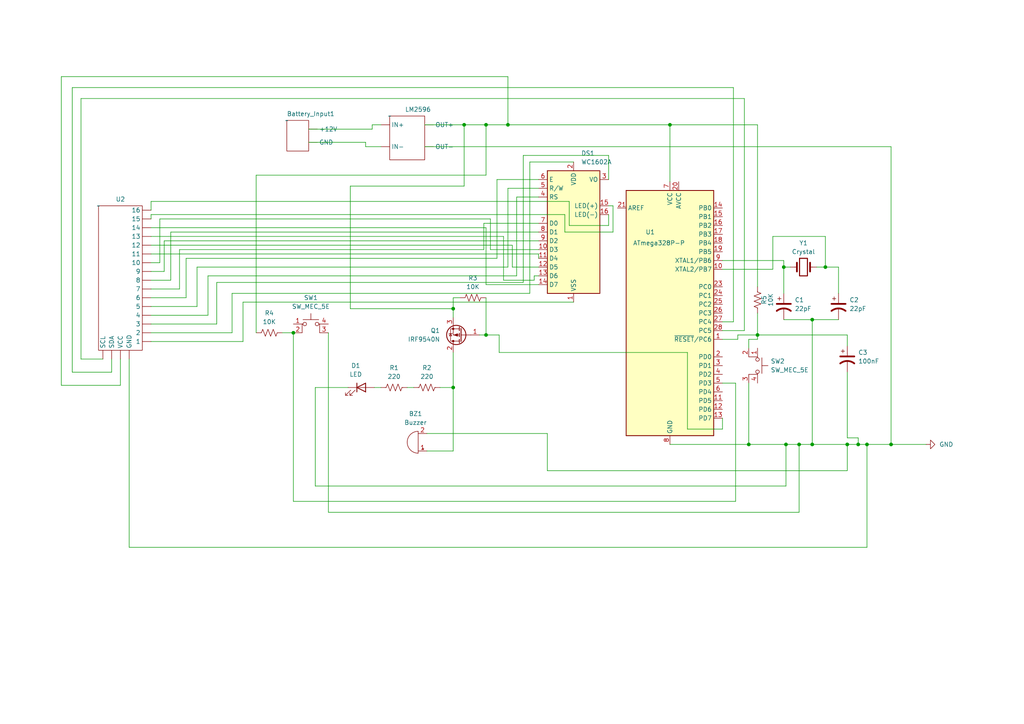
<source format=kicad_sch>
(kicad_sch (version 20230121) (generator eeschema)

  (uuid 60be12f9-4ab0-4419-ac36-f2e2b5e57a75)

  (paper "A4")

  (lib_symbols
    (symbol "Buck_Converter:Battery_Input" (in_bom yes) (on_board yes)
      (property "Reference" "U" (at -1.27 1.27 0)
        (effects (font (size 1.27 1.27)))
      )
      (property "Value" "" (at 0 0 0)
        (effects (font (size 1.27 1.27)))
      )
      (property "Footprint" "" (at 0 0 0)
        (effects (font (size 1.27 1.27)) hide)
      )
      (property "Datasheet" "" (at 0 0 0)
        (effects (font (size 1.27 1.27)) hide)
      )
      (symbol "Battery_Input_0_1"
        (rectangle (start 0 0) (end 6.35 -8.89)
          (stroke (width 0) (type default))
          (fill (type none))
        )
      )
      (symbol "Battery_Input_1_1"
        (pin output line (at 6.35 -2.54 0) (length 2.54)
          (name "+12V" (effects (font (size 1.27 1.27))))
          (number "" (effects (font (size 1.27 1.27))))
        )
        (pin output line (at 6.35 -6.35 0) (length 2.54)
          (name "GND" (effects (font (size 1.27 1.27))))
          (number "" (effects (font (size 1.27 1.27))))
        )
      )
    )
    (symbol "Buck_Converter:Buck_LM2596" (in_bom yes) (on_board yes)
      (property "Reference" "U" (at -1.27 1.27 0)
        (effects (font (size 1.27 1.27)))
      )
      (property "Value" "" (at 0 0 0)
        (effects (font (size 1.27 1.27)))
      )
      (property "Footprint" "" (at 0 0 0)
        (effects (font (size 1.27 1.27)) hide)
      )
      (property "Datasheet" "" (at 0 0 0)
        (effects (font (size 1.27 1.27)) hide)
      )
      (symbol "Buck_LM2596_0_1"
        (rectangle (start 0 0) (end 10.16 -12.7)
          (stroke (width 0) (type default))
          (fill (type none))
        )
      )
      (symbol "Buck_LM2596_1_1"
        (pin input line (at -2.54 -2.54 0) (length 2.54)
          (name "IN+" (effects (font (size 1.27 1.27))))
          (number "" (effects (font (size 1.27 1.27))))
        )
        (pin input line (at -2.54 -8.89 0) (length 2.54)
          (name "IN-" (effects (font (size 1.27 1.27))))
          (number "" (effects (font (size 1.27 1.27))))
        )
        (pin output line (at 10.16 -2.54 0) (length 2.54)
          (name "OUT+" (effects (font (size 1.27 1.27))))
          (number "" (effects (font (size 1.27 1.27))))
        )
        (pin output line (at 10.16 -8.89 0) (length 2.54)
          (name "OUT-" (effects (font (size 1.27 1.27))))
          (number "" (effects (font (size 1.27 1.27))))
        )
      )
    )
    (symbol "Device:Buzzer" (pin_names (offset 0.0254) hide) (in_bom yes) (on_board yes)
      (property "Reference" "BZ" (at 3.81 1.27 0)
        (effects (font (size 1.27 1.27)) (justify left))
      )
      (property "Value" "Buzzer" (at 3.81 -1.27 0)
        (effects (font (size 1.27 1.27)) (justify left))
      )
      (property "Footprint" "" (at -0.635 2.54 90)
        (effects (font (size 1.27 1.27)) hide)
      )
      (property "Datasheet" "~" (at -0.635 2.54 90)
        (effects (font (size 1.27 1.27)) hide)
      )
      (property "ki_keywords" "quartz resonator ceramic" (at 0 0 0)
        (effects (font (size 1.27 1.27)) hide)
      )
      (property "ki_description" "Buzzer, polarized" (at 0 0 0)
        (effects (font (size 1.27 1.27)) hide)
      )
      (property "ki_fp_filters" "*Buzzer*" (at 0 0 0)
        (effects (font (size 1.27 1.27)) hide)
      )
      (symbol "Buzzer_0_1"
        (arc (start 0 -3.175) (mid 3.1612 0) (end 0 3.175)
          (stroke (width 0) (type default))
          (fill (type none))
        )
        (polyline
          (pts
            (xy -1.651 1.905)
            (xy -1.143 1.905)
          )
          (stroke (width 0) (type default))
          (fill (type none))
        )
        (polyline
          (pts
            (xy -1.397 2.159)
            (xy -1.397 1.651)
          )
          (stroke (width 0) (type default))
          (fill (type none))
        )
        (polyline
          (pts
            (xy 0 3.175)
            (xy 0 -3.175)
          )
          (stroke (width 0) (type default))
          (fill (type none))
        )
      )
      (symbol "Buzzer_1_1"
        (pin passive line (at -2.54 2.54 0) (length 2.54)
          (name "-" (effects (font (size 1.27 1.27))))
          (number "1" (effects (font (size 1.27 1.27))))
        )
        (pin passive line (at -2.54 -2.54 0) (length 2.54)
          (name "+" (effects (font (size 1.27 1.27))))
          (number "2" (effects (font (size 1.27 1.27))))
        )
      )
    )
    (symbol "Device:C_Polarized_US" (pin_numbers hide) (pin_names (offset 0.254) hide) (in_bom yes) (on_board yes)
      (property "Reference" "C" (at 0.635 2.54 0)
        (effects (font (size 1.27 1.27)) (justify left))
      )
      (property "Value" "C_Polarized_US" (at 0.635 -2.54 0)
        (effects (font (size 1.27 1.27)) (justify left))
      )
      (property "Footprint" "" (at 0 0 0)
        (effects (font (size 1.27 1.27)) hide)
      )
      (property "Datasheet" "~" (at 0 0 0)
        (effects (font (size 1.27 1.27)) hide)
      )
      (property "ki_keywords" "cap capacitor" (at 0 0 0)
        (effects (font (size 1.27 1.27)) hide)
      )
      (property "ki_description" "Polarized capacitor, US symbol" (at 0 0 0)
        (effects (font (size 1.27 1.27)) hide)
      )
      (property "ki_fp_filters" "CP_*" (at 0 0 0)
        (effects (font (size 1.27 1.27)) hide)
      )
      (symbol "C_Polarized_US_0_1"
        (polyline
          (pts
            (xy -2.032 0.762)
            (xy 2.032 0.762)
          )
          (stroke (width 0.508) (type default))
          (fill (type none))
        )
        (polyline
          (pts
            (xy -1.778 2.286)
            (xy -0.762 2.286)
          )
          (stroke (width 0) (type default))
          (fill (type none))
        )
        (polyline
          (pts
            (xy -1.27 1.778)
            (xy -1.27 2.794)
          )
          (stroke (width 0) (type default))
          (fill (type none))
        )
        (arc (start 2.032 -1.27) (mid 0 -0.5572) (end -2.032 -1.27)
          (stroke (width 0.508) (type default))
          (fill (type none))
        )
      )
      (symbol "C_Polarized_US_1_1"
        (pin passive line (at 0 3.81 270) (length 2.794)
          (name "~" (effects (font (size 1.27 1.27))))
          (number "1" (effects (font (size 1.27 1.27))))
        )
        (pin passive line (at 0 -3.81 90) (length 3.302)
          (name "~" (effects (font (size 1.27 1.27))))
          (number "2" (effects (font (size 1.27 1.27))))
        )
      )
    )
    (symbol "Device:Crystal" (pin_numbers hide) (pin_names (offset 1.016) hide) (in_bom yes) (on_board yes)
      (property "Reference" "Y" (at 0 3.81 0)
        (effects (font (size 1.27 1.27)))
      )
      (property "Value" "Crystal" (at 0 -3.81 0)
        (effects (font (size 1.27 1.27)))
      )
      (property "Footprint" "" (at 0 0 0)
        (effects (font (size 1.27 1.27)) hide)
      )
      (property "Datasheet" "~" (at 0 0 0)
        (effects (font (size 1.27 1.27)) hide)
      )
      (property "ki_keywords" "quartz ceramic resonator oscillator" (at 0 0 0)
        (effects (font (size 1.27 1.27)) hide)
      )
      (property "ki_description" "Two pin crystal" (at 0 0 0)
        (effects (font (size 1.27 1.27)) hide)
      )
      (property "ki_fp_filters" "Crystal*" (at 0 0 0)
        (effects (font (size 1.27 1.27)) hide)
      )
      (symbol "Crystal_0_1"
        (rectangle (start -1.143 2.54) (end 1.143 -2.54)
          (stroke (width 0.3048) (type default))
          (fill (type none))
        )
        (polyline
          (pts
            (xy -2.54 0)
            (xy -1.905 0)
          )
          (stroke (width 0) (type default))
          (fill (type none))
        )
        (polyline
          (pts
            (xy -1.905 -1.27)
            (xy -1.905 1.27)
          )
          (stroke (width 0.508) (type default))
          (fill (type none))
        )
        (polyline
          (pts
            (xy 1.905 -1.27)
            (xy 1.905 1.27)
          )
          (stroke (width 0.508) (type default))
          (fill (type none))
        )
        (polyline
          (pts
            (xy 2.54 0)
            (xy 1.905 0)
          )
          (stroke (width 0) (type default))
          (fill (type none))
        )
      )
      (symbol "Crystal_1_1"
        (pin passive line (at -3.81 0 0) (length 1.27)
          (name "1" (effects (font (size 1.27 1.27))))
          (number "1" (effects (font (size 1.27 1.27))))
        )
        (pin passive line (at 3.81 0 180) (length 1.27)
          (name "2" (effects (font (size 1.27 1.27))))
          (number "2" (effects (font (size 1.27 1.27))))
        )
      )
    )
    (symbol "Device:LED" (pin_numbers hide) (pin_names (offset 1.016) hide) (in_bom yes) (on_board yes)
      (property "Reference" "D" (at 0 2.54 0)
        (effects (font (size 1.27 1.27)))
      )
      (property "Value" "LED" (at 0 -2.54 0)
        (effects (font (size 1.27 1.27)))
      )
      (property "Footprint" "" (at 0 0 0)
        (effects (font (size 1.27 1.27)) hide)
      )
      (property "Datasheet" "~" (at 0 0 0)
        (effects (font (size 1.27 1.27)) hide)
      )
      (property "ki_keywords" "LED diode" (at 0 0 0)
        (effects (font (size 1.27 1.27)) hide)
      )
      (property "ki_description" "Light emitting diode" (at 0 0 0)
        (effects (font (size 1.27 1.27)) hide)
      )
      (property "ki_fp_filters" "LED* LED_SMD:* LED_THT:*" (at 0 0 0)
        (effects (font (size 1.27 1.27)) hide)
      )
      (symbol "LED_0_1"
        (polyline
          (pts
            (xy -1.27 -1.27)
            (xy -1.27 1.27)
          )
          (stroke (width 0.254) (type default))
          (fill (type none))
        )
        (polyline
          (pts
            (xy -1.27 0)
            (xy 1.27 0)
          )
          (stroke (width 0) (type default))
          (fill (type none))
        )
        (polyline
          (pts
            (xy 1.27 -1.27)
            (xy 1.27 1.27)
            (xy -1.27 0)
            (xy 1.27 -1.27)
          )
          (stroke (width 0.254) (type default))
          (fill (type none))
        )
        (polyline
          (pts
            (xy -3.048 -0.762)
            (xy -4.572 -2.286)
            (xy -3.81 -2.286)
            (xy -4.572 -2.286)
            (xy -4.572 -1.524)
          )
          (stroke (width 0) (type default))
          (fill (type none))
        )
        (polyline
          (pts
            (xy -1.778 -0.762)
            (xy -3.302 -2.286)
            (xy -2.54 -2.286)
            (xy -3.302 -2.286)
            (xy -3.302 -1.524)
          )
          (stroke (width 0) (type default))
          (fill (type none))
        )
      )
      (symbol "LED_1_1"
        (pin passive line (at -3.81 0 0) (length 2.54)
          (name "K" (effects (font (size 1.27 1.27))))
          (number "1" (effects (font (size 1.27 1.27))))
        )
        (pin passive line (at 3.81 0 180) (length 2.54)
          (name "A" (effects (font (size 1.27 1.27))))
          (number "2" (effects (font (size 1.27 1.27))))
        )
      )
    )
    (symbol "Device:R_US" (pin_numbers hide) (pin_names (offset 0)) (in_bom yes) (on_board yes)
      (property "Reference" "R" (at 2.54 0 90)
        (effects (font (size 1.27 1.27)))
      )
      (property "Value" "R_US" (at -2.54 0 90)
        (effects (font (size 1.27 1.27)))
      )
      (property "Footprint" "" (at 1.016 -0.254 90)
        (effects (font (size 1.27 1.27)) hide)
      )
      (property "Datasheet" "~" (at 0 0 0)
        (effects (font (size 1.27 1.27)) hide)
      )
      (property "ki_keywords" "R res resistor" (at 0 0 0)
        (effects (font (size 1.27 1.27)) hide)
      )
      (property "ki_description" "Resistor, US symbol" (at 0 0 0)
        (effects (font (size 1.27 1.27)) hide)
      )
      (property "ki_fp_filters" "R_*" (at 0 0 0)
        (effects (font (size 1.27 1.27)) hide)
      )
      (symbol "R_US_0_1"
        (polyline
          (pts
            (xy 0 -2.286)
            (xy 0 -2.54)
          )
          (stroke (width 0) (type default))
          (fill (type none))
        )
        (polyline
          (pts
            (xy 0 2.286)
            (xy 0 2.54)
          )
          (stroke (width 0) (type default))
          (fill (type none))
        )
        (polyline
          (pts
            (xy 0 -0.762)
            (xy 1.016 -1.143)
            (xy 0 -1.524)
            (xy -1.016 -1.905)
            (xy 0 -2.286)
          )
          (stroke (width 0) (type default))
          (fill (type none))
        )
        (polyline
          (pts
            (xy 0 0.762)
            (xy 1.016 0.381)
            (xy 0 0)
            (xy -1.016 -0.381)
            (xy 0 -0.762)
          )
          (stroke (width 0) (type default))
          (fill (type none))
        )
        (polyline
          (pts
            (xy 0 2.286)
            (xy 1.016 1.905)
            (xy 0 1.524)
            (xy -1.016 1.143)
            (xy 0 0.762)
          )
          (stroke (width 0) (type default))
          (fill (type none))
        )
      )
      (symbol "R_US_1_1"
        (pin passive line (at 0 3.81 270) (length 1.27)
          (name "~" (effects (font (size 1.27 1.27))))
          (number "1" (effects (font (size 1.27 1.27))))
        )
        (pin passive line (at 0 -3.81 90) (length 1.27)
          (name "~" (effects (font (size 1.27 1.27))))
          (number "2" (effects (font (size 1.27 1.27))))
        )
      )
    )
    (symbol "Display_Character:WC1602A" (in_bom yes) (on_board yes)
      (property "Reference" "DS" (at -5.842 19.05 0)
        (effects (font (size 1.27 1.27)))
      )
      (property "Value" "WC1602A" (at 5.334 19.05 0)
        (effects (font (size 1.27 1.27)))
      )
      (property "Footprint" "Display:WC1602A" (at 0 -22.86 0)
        (effects (font (size 1.27 1.27) italic) hide)
      )
      (property "Datasheet" "http://www.wincomlcd.com/pdf/WC1602A-SFYLYHTC06.pdf" (at 17.78 0 0)
        (effects (font (size 1.27 1.27)) hide)
      )
      (property "ki_keywords" "display LCD dot-matrix" (at 0 0 0)
        (effects (font (size 1.27 1.27)) hide)
      )
      (property "ki_description" "LCD 16x2 Alphanumeric , 8 bit parallel bus, 5V VDD" (at 0 0 0)
        (effects (font (size 1.27 1.27)) hide)
      )
      (property "ki_fp_filters" "*WC*1602A*" (at 0 0 0)
        (effects (font (size 1.27 1.27)) hide)
      )
      (symbol "WC1602A_1_1"
        (rectangle (start -7.62 17.78) (end 7.62 -17.78)
          (stroke (width 0.254) (type default))
          (fill (type background))
        )
        (pin power_in line (at 0 -20.32 90) (length 2.54)
          (name "VSS" (effects (font (size 1.27 1.27))))
          (number "1" (effects (font (size 1.27 1.27))))
        )
        (pin input line (at -10.16 -5.08 0) (length 2.54)
          (name "D3" (effects (font (size 1.27 1.27))))
          (number "10" (effects (font (size 1.27 1.27))))
        )
        (pin input line (at -10.16 -7.62 0) (length 2.54)
          (name "D4" (effects (font (size 1.27 1.27))))
          (number "11" (effects (font (size 1.27 1.27))))
        )
        (pin input line (at -10.16 -10.16 0) (length 2.54)
          (name "D5" (effects (font (size 1.27 1.27))))
          (number "12" (effects (font (size 1.27 1.27))))
        )
        (pin input line (at -10.16 -12.7 0) (length 2.54)
          (name "D6" (effects (font (size 1.27 1.27))))
          (number "13" (effects (font (size 1.27 1.27))))
        )
        (pin input line (at -10.16 -15.24 0) (length 2.54)
          (name "D7" (effects (font (size 1.27 1.27))))
          (number "14" (effects (font (size 1.27 1.27))))
        )
        (pin power_in line (at 10.16 7.62 180) (length 2.54)
          (name "LED(+)" (effects (font (size 1.27 1.27))))
          (number "15" (effects (font (size 1.27 1.27))))
        )
        (pin power_in line (at 10.16 5.08 180) (length 2.54)
          (name "LED(-)" (effects (font (size 1.27 1.27))))
          (number "16" (effects (font (size 1.27 1.27))))
        )
        (pin power_in line (at 0 20.32 270) (length 2.54)
          (name "VDD" (effects (font (size 1.27 1.27))))
          (number "2" (effects (font (size 1.27 1.27))))
        )
        (pin input line (at 10.16 15.24 180) (length 2.54)
          (name "VO" (effects (font (size 1.27 1.27))))
          (number "3" (effects (font (size 1.27 1.27))))
        )
        (pin input line (at -10.16 10.16 0) (length 2.54)
          (name "RS" (effects (font (size 1.27 1.27))))
          (number "4" (effects (font (size 1.27 1.27))))
        )
        (pin input line (at -10.16 12.7 0) (length 2.54)
          (name "R/W" (effects (font (size 1.27 1.27))))
          (number "5" (effects (font (size 1.27 1.27))))
        )
        (pin input line (at -10.16 15.24 0) (length 2.54)
          (name "E" (effects (font (size 1.27 1.27))))
          (number "6" (effects (font (size 1.27 1.27))))
        )
        (pin input line (at -10.16 2.54 0) (length 2.54)
          (name "D0" (effects (font (size 1.27 1.27))))
          (number "7" (effects (font (size 1.27 1.27))))
        )
        (pin input line (at -10.16 0 0) (length 2.54)
          (name "D1" (effects (font (size 1.27 1.27))))
          (number "8" (effects (font (size 1.27 1.27))))
        )
        (pin input line (at -10.16 -2.54 0) (length 2.54)
          (name "D2" (effects (font (size 1.27 1.27))))
          (number "9" (effects (font (size 1.27 1.27))))
        )
      )
    )
    (symbol "I2C_Module_16x2:I2C_Symbol" (in_bom yes) (on_board yes)
      (property "Reference" "U" (at 1.27 1.27 0)
        (effects (font (size 1.27 1.27)))
      )
      (property "Value" "" (at 0 0 0)
        (effects (font (size 1.27 1.27)))
      )
      (property "Footprint" "" (at 0 0 0)
        (effects (font (size 1.27 1.27)) hide)
      )
      (property "Datasheet" "" (at 0 0 0)
        (effects (font (size 1.27 1.27)) hide)
      )
      (symbol "I2C_Symbol_0_1"
        (rectangle (start 0 0) (end 12.7 -41.91)
          (stroke (width 0) (type default))
          (fill (type none))
        )
      )
      (symbol "I2C_Symbol_1_1"
        (pin input line (at 15.24 -39.37 180) (length 2.54)
          (name "1" (effects (font (size 1.27 1.27))))
          (number "" (effects (font (size 1.27 1.27))))
        )
        (pin input line (at 15.24 -16.51 180) (length 2.54)
          (name "10" (effects (font (size 1.27 1.27))))
          (number "" (effects (font (size 1.27 1.27))))
        )
        (pin input line (at 15.24 -13.97 180) (length 2.54)
          (name "11" (effects (font (size 1.27 1.27))))
          (number "" (effects (font (size 1.27 1.27))))
        )
        (pin input line (at 15.24 -11.43 180) (length 2.54)
          (name "12" (effects (font (size 1.27 1.27))))
          (number "" (effects (font (size 1.27 1.27))))
        )
        (pin input line (at 15.24 -8.89 180) (length 2.54)
          (name "13" (effects (font (size 1.27 1.27))))
          (number "" (effects (font (size 1.27 1.27))))
        )
        (pin input line (at 15.24 -6.35 180) (length 2.54)
          (name "14" (effects (font (size 1.27 1.27))))
          (number "" (effects (font (size 1.27 1.27))))
        )
        (pin input line (at 15.24 -3.81 180) (length 2.54)
          (name "15" (effects (font (size 1.27 1.27))))
          (number "" (effects (font (size 1.27 1.27))))
        )
        (pin input line (at 15.24 -1.27 180) (length 2.54)
          (name "16" (effects (font (size 1.27 1.27))))
          (number "" (effects (font (size 1.27 1.27))))
        )
        (pin input line (at 15.24 -36.83 180) (length 2.54)
          (name "2" (effects (font (size 1.27 1.27))))
          (number "" (effects (font (size 1.27 1.27))))
        )
        (pin input line (at 15.24 -34.29 180) (length 2.54)
          (name "3" (effects (font (size 1.27 1.27))))
          (number "" (effects (font (size 1.27 1.27))))
        )
        (pin input line (at 15.24 -31.75 180) (length 2.54)
          (name "4" (effects (font (size 1.27 1.27))))
          (number "" (effects (font (size 1.27 1.27))))
        )
        (pin input line (at 15.24 -29.21 180) (length 2.54)
          (name "5" (effects (font (size 1.27 1.27))))
          (number "" (effects (font (size 1.27 1.27))))
        )
        (pin input line (at 15.24 -26.67 180) (length 2.54)
          (name "6" (effects (font (size 1.27 1.27))))
          (number "" (effects (font (size 1.27 1.27))))
        )
        (pin input line (at 15.24 -24.13 180) (length 2.54)
          (name "7" (effects (font (size 1.27 1.27))))
          (number "" (effects (font (size 1.27 1.27))))
        )
        (pin input line (at 15.24 -21.59 180) (length 2.54)
          (name "8" (effects (font (size 1.27 1.27))))
          (number "" (effects (font (size 1.27 1.27))))
        )
        (pin input line (at 15.24 -19.05 180) (length 2.54)
          (name "9" (effects (font (size 1.27 1.27))))
          (number "" (effects (font (size 1.27 1.27))))
        )
        (pin input line (at 8.89 -44.45 90) (length 2.54)
          (name "GND" (effects (font (size 1.27 1.27))))
          (number "" (effects (font (size 1.27 1.27))))
        )
        (pin input line (at 1.27 -44.45 90) (length 2.54)
          (name "SCL" (effects (font (size 1.27 1.27))))
          (number "" (effects (font (size 1.27 1.27))))
        )
        (pin input line (at 3.81 -44.45 90) (length 2.54)
          (name "SDA" (effects (font (size 1.27 1.27))))
          (number "" (effects (font (size 1.27 1.27))))
        )
        (pin input line (at 6.35 -44.45 90) (length 2.54)
          (name "VCC" (effects (font (size 1.27 1.27))))
          (number "" (effects (font (size 1.27 1.27))))
        )
      )
    )
    (symbol "MCU_Microchip_ATmega:ATmega328P-P" (in_bom yes) (on_board yes)
      (property "Reference" "U" (at -12.7 36.83 0)
        (effects (font (size 1.27 1.27)) (justify left bottom))
      )
      (property "Value" "ATmega328P-P" (at 2.54 -36.83 0)
        (effects (font (size 1.27 1.27)) (justify left top))
      )
      (property "Footprint" "Package_DIP:DIP-28_W7.62mm" (at 0 0 0)
        (effects (font (size 1.27 1.27) italic) hide)
      )
      (property "Datasheet" "http://ww1.microchip.com/downloads/en/DeviceDoc/ATmega328_P%20AVR%20MCU%20with%20picoPower%20Technology%20Data%20Sheet%2040001984A.pdf" (at 0 0 0)
        (effects (font (size 1.27 1.27)) hide)
      )
      (property "ki_keywords" "AVR 8bit Microcontroller MegaAVR PicoPower" (at 0 0 0)
        (effects (font (size 1.27 1.27)) hide)
      )
      (property "ki_description" "20MHz, 32kB Flash, 2kB SRAM, 1kB EEPROM, DIP-28" (at 0 0 0)
        (effects (font (size 1.27 1.27)) hide)
      )
      (property "ki_fp_filters" "DIP*W7.62mm*" (at 0 0 0)
        (effects (font (size 1.27 1.27)) hide)
      )
      (symbol "ATmega328P-P_0_1"
        (rectangle (start -12.7 -35.56) (end 12.7 35.56)
          (stroke (width 0.254) (type default))
          (fill (type background))
        )
      )
      (symbol "ATmega328P-P_1_1"
        (pin bidirectional line (at 15.24 -7.62 180) (length 2.54)
          (name "~{RESET}/PC6" (effects (font (size 1.27 1.27))))
          (number "1" (effects (font (size 1.27 1.27))))
        )
        (pin bidirectional line (at 15.24 12.7 180) (length 2.54)
          (name "XTAL2/PB7" (effects (font (size 1.27 1.27))))
          (number "10" (effects (font (size 1.27 1.27))))
        )
        (pin bidirectional line (at 15.24 -25.4 180) (length 2.54)
          (name "PD5" (effects (font (size 1.27 1.27))))
          (number "11" (effects (font (size 1.27 1.27))))
        )
        (pin bidirectional line (at 15.24 -27.94 180) (length 2.54)
          (name "PD6" (effects (font (size 1.27 1.27))))
          (number "12" (effects (font (size 1.27 1.27))))
        )
        (pin bidirectional line (at 15.24 -30.48 180) (length 2.54)
          (name "PD7" (effects (font (size 1.27 1.27))))
          (number "13" (effects (font (size 1.27 1.27))))
        )
        (pin bidirectional line (at 15.24 30.48 180) (length 2.54)
          (name "PB0" (effects (font (size 1.27 1.27))))
          (number "14" (effects (font (size 1.27 1.27))))
        )
        (pin bidirectional line (at 15.24 27.94 180) (length 2.54)
          (name "PB1" (effects (font (size 1.27 1.27))))
          (number "15" (effects (font (size 1.27 1.27))))
        )
        (pin bidirectional line (at 15.24 25.4 180) (length 2.54)
          (name "PB2" (effects (font (size 1.27 1.27))))
          (number "16" (effects (font (size 1.27 1.27))))
        )
        (pin bidirectional line (at 15.24 22.86 180) (length 2.54)
          (name "PB3" (effects (font (size 1.27 1.27))))
          (number "17" (effects (font (size 1.27 1.27))))
        )
        (pin bidirectional line (at 15.24 20.32 180) (length 2.54)
          (name "PB4" (effects (font (size 1.27 1.27))))
          (number "18" (effects (font (size 1.27 1.27))))
        )
        (pin bidirectional line (at 15.24 17.78 180) (length 2.54)
          (name "PB5" (effects (font (size 1.27 1.27))))
          (number "19" (effects (font (size 1.27 1.27))))
        )
        (pin bidirectional line (at 15.24 -12.7 180) (length 2.54)
          (name "PD0" (effects (font (size 1.27 1.27))))
          (number "2" (effects (font (size 1.27 1.27))))
        )
        (pin power_in line (at 2.54 38.1 270) (length 2.54)
          (name "AVCC" (effects (font (size 1.27 1.27))))
          (number "20" (effects (font (size 1.27 1.27))))
        )
        (pin passive line (at -15.24 30.48 0) (length 2.54)
          (name "AREF" (effects (font (size 1.27 1.27))))
          (number "21" (effects (font (size 1.27 1.27))))
        )
        (pin passive line (at 0 -38.1 90) (length 2.54) hide
          (name "GND" (effects (font (size 1.27 1.27))))
          (number "22" (effects (font (size 1.27 1.27))))
        )
        (pin bidirectional line (at 15.24 7.62 180) (length 2.54)
          (name "PC0" (effects (font (size 1.27 1.27))))
          (number "23" (effects (font (size 1.27 1.27))))
        )
        (pin bidirectional line (at 15.24 5.08 180) (length 2.54)
          (name "PC1" (effects (font (size 1.27 1.27))))
          (number "24" (effects (font (size 1.27 1.27))))
        )
        (pin bidirectional line (at 15.24 2.54 180) (length 2.54)
          (name "PC2" (effects (font (size 1.27 1.27))))
          (number "25" (effects (font (size 1.27 1.27))))
        )
        (pin bidirectional line (at 15.24 0 180) (length 2.54)
          (name "PC3" (effects (font (size 1.27 1.27))))
          (number "26" (effects (font (size 1.27 1.27))))
        )
        (pin bidirectional line (at 15.24 -2.54 180) (length 2.54)
          (name "PC4" (effects (font (size 1.27 1.27))))
          (number "27" (effects (font (size 1.27 1.27))))
        )
        (pin bidirectional line (at 15.24 -5.08 180) (length 2.54)
          (name "PC5" (effects (font (size 1.27 1.27))))
          (number "28" (effects (font (size 1.27 1.27))))
        )
        (pin bidirectional line (at 15.24 -15.24 180) (length 2.54)
          (name "PD1" (effects (font (size 1.27 1.27))))
          (number "3" (effects (font (size 1.27 1.27))))
        )
        (pin bidirectional line (at 15.24 -17.78 180) (length 2.54)
          (name "PD2" (effects (font (size 1.27 1.27))))
          (number "4" (effects (font (size 1.27 1.27))))
        )
        (pin bidirectional line (at 15.24 -20.32 180) (length 2.54)
          (name "PD3" (effects (font (size 1.27 1.27))))
          (number "5" (effects (font (size 1.27 1.27))))
        )
        (pin bidirectional line (at 15.24 -22.86 180) (length 2.54)
          (name "PD4" (effects (font (size 1.27 1.27))))
          (number "6" (effects (font (size 1.27 1.27))))
        )
        (pin power_in line (at 0 38.1 270) (length 2.54)
          (name "VCC" (effects (font (size 1.27 1.27))))
          (number "7" (effects (font (size 1.27 1.27))))
        )
        (pin power_in line (at 0 -38.1 90) (length 2.54)
          (name "GND" (effects (font (size 1.27 1.27))))
          (number "8" (effects (font (size 1.27 1.27))))
        )
        (pin bidirectional line (at 15.24 15.24 180) (length 2.54)
          (name "XTAL1/PB6" (effects (font (size 1.27 1.27))))
          (number "9" (effects (font (size 1.27 1.27))))
        )
      )
    )
    (symbol "Switch:SW_MEC_5E" (pin_names (offset 1.016) hide) (in_bom yes) (on_board yes)
      (property "Reference" "SW" (at 0.635 5.715 0)
        (effects (font (size 1.27 1.27)) (justify left))
      )
      (property "Value" "SW_MEC_5E" (at 0 -3.175 0)
        (effects (font (size 1.27 1.27)))
      )
      (property "Footprint" "" (at 0 7.62 0)
        (effects (font (size 1.27 1.27)) hide)
      )
      (property "Datasheet" "http://www.apem.com/int/index.php?controller=attachment&id_attachment=1371" (at 0 7.62 0)
        (effects (font (size 1.27 1.27)) hide)
      )
      (property "ki_keywords" "switch normally-open pushbutton push-button" (at 0 0 0)
        (effects (font (size 1.27 1.27)) hide)
      )
      (property "ki_description" "MEC 5E single pole normally-open tactile switch" (at 0 0 0)
        (effects (font (size 1.27 1.27)) hide)
      )
      (property "ki_fp_filters" "SW*MEC*5G*" (at 0 0 0)
        (effects (font (size 1.27 1.27)) hide)
      )
      (symbol "SW_MEC_5E_0_1"
        (circle (center -1.778 2.54) (radius 0.508)
          (stroke (width 0) (type default))
          (fill (type none))
        )
        (polyline
          (pts
            (xy -2.286 3.81)
            (xy 2.286 3.81)
          )
          (stroke (width 0) (type default))
          (fill (type none))
        )
        (polyline
          (pts
            (xy 0 3.81)
            (xy 0 5.588)
          )
          (stroke (width 0) (type default))
          (fill (type none))
        )
        (polyline
          (pts
            (xy -2.54 0)
            (xy -2.54 2.54)
            (xy -2.286 2.54)
          )
          (stroke (width 0) (type default))
          (fill (type none))
        )
        (polyline
          (pts
            (xy 2.54 0)
            (xy 2.54 2.54)
            (xy 2.286 2.54)
          )
          (stroke (width 0) (type default))
          (fill (type none))
        )
        (circle (center 1.778 2.54) (radius 0.508)
          (stroke (width 0) (type default))
          (fill (type none))
        )
        (pin passive line (at -5.08 2.54 0) (length 2.54)
          (name "1" (effects (font (size 1.27 1.27))))
          (number "1" (effects (font (size 1.27 1.27))))
        )
        (pin passive line (at -5.08 0 0) (length 2.54)
          (name "2" (effects (font (size 1.27 1.27))))
          (number "2" (effects (font (size 1.27 1.27))))
        )
        (pin passive line (at 5.08 0 180) (length 2.54)
          (name "K" (effects (font (size 1.27 1.27))))
          (number "3" (effects (font (size 1.27 1.27))))
        )
        (pin passive line (at 5.08 2.54 180) (length 2.54)
          (name "A" (effects (font (size 1.27 1.27))))
          (number "4" (effects (font (size 1.27 1.27))))
        )
      )
    )
    (symbol "Transistor_FET:IRF9540N" (pin_names hide) (in_bom yes) (on_board yes)
      (property "Reference" "Q" (at 5.08 1.905 0)
        (effects (font (size 1.27 1.27)) (justify left))
      )
      (property "Value" "IRF9540N" (at 5.08 0 0)
        (effects (font (size 1.27 1.27)) (justify left))
      )
      (property "Footprint" "Package_TO_SOT_THT:TO-220-3_Vertical" (at 5.08 -1.905 0)
        (effects (font (size 1.27 1.27) italic) (justify left) hide)
      )
      (property "Datasheet" "http://www.irf.com/product-info/datasheets/data/irf9540n.pdf" (at 0 0 0)
        (effects (font (size 1.27 1.27)) (justify left) hide)
      )
      (property "ki_keywords" "P-Channel MOSFET HEXFET" (at 0 0 0)
        (effects (font (size 1.27 1.27)) hide)
      )
      (property "ki_description" "-23A Id, -100V Vds, 117mOhm Rds, P-Channel HEXFET Power MOSFET, TO-220" (at 0 0 0)
        (effects (font (size 1.27 1.27)) hide)
      )
      (property "ki_fp_filters" "TO?220*" (at 0 0 0)
        (effects (font (size 1.27 1.27)) hide)
      )
      (symbol "IRF9540N_0_1"
        (polyline
          (pts
            (xy 0.254 0)
            (xy -2.54 0)
          )
          (stroke (width 0) (type default))
          (fill (type none))
        )
        (polyline
          (pts
            (xy 0.254 1.905)
            (xy 0.254 -1.905)
          )
          (stroke (width 0.254) (type default))
          (fill (type none))
        )
        (polyline
          (pts
            (xy 0.762 -1.27)
            (xy 0.762 -2.286)
          )
          (stroke (width 0.254) (type default))
          (fill (type none))
        )
        (polyline
          (pts
            (xy 0.762 0.508)
            (xy 0.762 -0.508)
          )
          (stroke (width 0.254) (type default))
          (fill (type none))
        )
        (polyline
          (pts
            (xy 0.762 2.286)
            (xy 0.762 1.27)
          )
          (stroke (width 0.254) (type default))
          (fill (type none))
        )
        (polyline
          (pts
            (xy 2.54 2.54)
            (xy 2.54 1.778)
          )
          (stroke (width 0) (type default))
          (fill (type none))
        )
        (polyline
          (pts
            (xy 2.54 -2.54)
            (xy 2.54 0)
            (xy 0.762 0)
          )
          (stroke (width 0) (type default))
          (fill (type none))
        )
        (polyline
          (pts
            (xy 0.762 1.778)
            (xy 3.302 1.778)
            (xy 3.302 -1.778)
            (xy 0.762 -1.778)
          )
          (stroke (width 0) (type default))
          (fill (type none))
        )
        (polyline
          (pts
            (xy 2.286 0)
            (xy 1.27 0.381)
            (xy 1.27 -0.381)
            (xy 2.286 0)
          )
          (stroke (width 0) (type default))
          (fill (type outline))
        )
        (polyline
          (pts
            (xy 2.794 -0.508)
            (xy 2.921 -0.381)
            (xy 3.683 -0.381)
            (xy 3.81 -0.254)
          )
          (stroke (width 0) (type default))
          (fill (type none))
        )
        (polyline
          (pts
            (xy 3.302 -0.381)
            (xy 2.921 0.254)
            (xy 3.683 0.254)
            (xy 3.302 -0.381)
          )
          (stroke (width 0) (type default))
          (fill (type none))
        )
        (circle (center 1.651 0) (radius 2.794)
          (stroke (width 0.254) (type default))
          (fill (type none))
        )
        (circle (center 2.54 -1.778) (radius 0.254)
          (stroke (width 0) (type default))
          (fill (type outline))
        )
        (circle (center 2.54 1.778) (radius 0.254)
          (stroke (width 0) (type default))
          (fill (type outline))
        )
      )
      (symbol "IRF9540N_1_1"
        (pin input line (at -5.08 0 0) (length 2.54)
          (name "G" (effects (font (size 1.27 1.27))))
          (number "1" (effects (font (size 1.27 1.27))))
        )
        (pin passive line (at 2.54 5.08 270) (length 2.54)
          (name "D" (effects (font (size 1.27 1.27))))
          (number "2" (effects (font (size 1.27 1.27))))
        )
        (pin passive line (at 2.54 -5.08 90) (length 2.54)
          (name "S" (effects (font (size 1.27 1.27))))
          (number "3" (effects (font (size 1.27 1.27))))
        )
      )
    )
    (symbol "power:GND" (power) (pin_names (offset 0)) (in_bom yes) (on_board yes)
      (property "Reference" "#PWR" (at 0 -6.35 0)
        (effects (font (size 1.27 1.27)) hide)
      )
      (property "Value" "GND" (at 0 -3.81 0)
        (effects (font (size 1.27 1.27)))
      )
      (property "Footprint" "" (at 0 0 0)
        (effects (font (size 1.27 1.27)) hide)
      )
      (property "Datasheet" "" (at 0 0 0)
        (effects (font (size 1.27 1.27)) hide)
      )
      (property "ki_keywords" "global power" (at 0 0 0)
        (effects (font (size 1.27 1.27)) hide)
      )
      (property "ki_description" "Power symbol creates a global label with name \"GND\" , ground" (at 0 0 0)
        (effects (font (size 1.27 1.27)) hide)
      )
      (symbol "GND_0_1"
        (polyline
          (pts
            (xy 0 0)
            (xy 0 -1.27)
            (xy 1.27 -1.27)
            (xy 0 -2.54)
            (xy -1.27 -1.27)
            (xy 0 -1.27)
          )
          (stroke (width 0) (type default))
          (fill (type none))
        )
      )
      (symbol "GND_1_1"
        (pin power_in line (at 0 0 270) (length 0) hide
          (name "GND" (effects (font (size 1.27 1.27))))
          (number "1" (effects (font (size 1.27 1.27))))
        )
      )
    )
  )

  (junction (at 251.46 128.905) (diameter 0) (color 0 0 0 0)
    (uuid 060a0f09-1817-4bfd-bd02-1357c871766e)
  )
  (junction (at 235.585 128.905) (diameter 0) (color 0 0 0 0)
    (uuid 1a481171-a3c8-4d15-b15e-78433526dfb1)
  )
  (junction (at 140.97 97.155) (diameter 0) (color 0 0 0 0)
    (uuid 258eb13d-89cf-4c38-94d8-6743f96f6ff4)
  )
  (junction (at 134.62 36.195) (diameter 0) (color 0 0 0 0)
    (uuid 322156d0-cd56-44d6-b7c5-5856a99c1364)
  )
  (junction (at 85.09 96.52) (diameter 0) (color 0 0 0 0)
    (uuid 34576785-689e-4415-8b6f-b099e629f1e2)
  )
  (junction (at 227.965 128.905) (diameter 0) (color 0 0 0 0)
    (uuid 43d44ea3-9e9b-4ac5-a873-8053ba289071)
  )
  (junction (at 140.97 36.195) (diameter 0) (color 0 0 0 0)
    (uuid 4678c8bd-dc3e-48ea-bfff-19a336c5f936)
  )
  (junction (at 248.92 128.905) (diameter 0) (color 0 0 0 0)
    (uuid 4de15e6c-0e27-4079-8f1e-a0e2f9de25ee)
  )
  (junction (at 147.32 36.195) (diameter 0) (color 0 0 0 0)
    (uuid 63cba182-5937-4885-8833-bb43144f2e7c)
  )
  (junction (at 131.445 89.535) (diameter 0) (color 0 0 0 0)
    (uuid 6bdc140b-c24f-47ef-8d5e-22dd11dc2c82)
  )
  (junction (at 194.31 36.195) (diameter 0) (color 0 0 0 0)
    (uuid 80f3f4b6-fa12-4f05-983e-8dd0d2ebf5d7)
  )
  (junction (at 231.775 128.905) (diameter 0) (color 0 0 0 0)
    (uuid 877b5246-7907-45cc-be8a-53ad7ab4b6f0)
  )
  (junction (at 235.585 92.71) (diameter 0) (color 0 0 0 0)
    (uuid 8a6e9b7e-8cb7-408d-a1b5-f1786b7cd256)
  )
  (junction (at 245.745 128.905) (diameter 0) (color 0 0 0 0)
    (uuid a343dea6-44ff-4516-947c-9e86cfb5bd43)
  )
  (junction (at 131.445 112.395) (diameter 0) (color 0 0 0 0)
    (uuid a915732e-34f8-4d8d-95ed-b83e285dc505)
  )
  (junction (at 239.395 77.47) (diameter 0) (color 0 0 0 0)
    (uuid bc17f59a-a830-4fff-bfc5-0da7ba5b262d)
  )
  (junction (at 258.445 128.905) (diameter 0) (color 0 0 0 0)
    (uuid caef352c-636a-4a7b-aa08-4df3cb286a5b)
  )
  (junction (at 217.17 128.905) (diameter 0) (color 0 0 0 0)
    (uuid cf7fa507-94ae-4767-bb15-9196fc0699b6)
  )
  (junction (at 219.71 97.155) (diameter 0) (color 0 0 0 0)
    (uuid dac44cec-6c7a-4638-9316-6591fa9ecaf4)
  )
  (junction (at 227.33 77.47) (diameter 0) (color 0 0 0 0)
    (uuid f734a7a0-008d-46e2-8d5d-f46b42fd510b)
  )

  (wire (pts (xy 142.24 63.5) (xy 46.355 63.5))
    (stroke (width 0) (type default))
    (uuid 004c38ba-588c-43b7-9d98-05e87590dce4)
  )
  (wire (pts (xy 70.485 99.06) (xy 43.815 99.06))
    (stroke (width 0) (type default))
    (uuid 023287cf-1b25-41a3-9ed8-ee62aead456d)
  )
  (wire (pts (xy 74.295 50.8) (xy 140.97 50.8))
    (stroke (width 0) (type default))
    (uuid 03511504-89ac-4374-b561-76d281d4b5a3)
  )
  (wire (pts (xy 62.865 81.915) (xy 62.865 93.98))
    (stroke (width 0) (type default))
    (uuid 04a21471-881d-465c-a6fd-79456bf0fcd7)
  )
  (wire (pts (xy 140.335 64.77) (xy 140.335 72.39))
    (stroke (width 0) (type default))
    (uuid 04b5e082-ea84-459e-9ddb-97ece8ee5080)
  )
  (wire (pts (xy 34.925 111.76) (xy 17.78 111.76))
    (stroke (width 0) (type default))
    (uuid 060ccccc-535e-4afd-97ab-b48008cc0dd1)
  )
  (wire (pts (xy 227.965 140.97) (xy 227.965 128.905))
    (stroke (width 0) (type default))
    (uuid 07a28501-4ff1-4551-86e6-4a5fd11ce9f7)
  )
  (wire (pts (xy 140.97 66.04) (xy 43.815 66.04))
    (stroke (width 0) (type default))
    (uuid 097f3e06-a786-4932-8597-d5e2d9a8b97d)
  )
  (wire (pts (xy 219.71 83.185) (xy 219.71 36.195))
    (stroke (width 0) (type default))
    (uuid 0a3dced7-6a09-4313-87ef-c1cc3d80247c)
  )
  (wire (pts (xy 133.35 86.36) (xy 131.445 86.36))
    (stroke (width 0) (type default))
    (uuid 0cab4566-eb22-4391-940a-2fe602c64be2)
  )
  (wire (pts (xy 209.55 98.425) (xy 213.995 98.425))
    (stroke (width 0) (type default))
    (uuid 0e5c24f9-066f-47f2-b02e-d8b64d8c8310)
  )
  (wire (pts (xy 46.355 63.5) (xy 46.355 76.2))
    (stroke (width 0) (type default))
    (uuid 1209cb82-dcf8-4324-815c-4fc7cea65825)
  )
  (wire (pts (xy 235.585 128.905) (xy 245.745 128.905))
    (stroke (width 0) (type default))
    (uuid 134849bd-85dc-48f3-9f0f-3bd07d9a5f6c)
  )
  (wire (pts (xy 231.775 128.905) (xy 231.775 148.59))
    (stroke (width 0) (type default))
    (uuid 1490fec4-948d-4cb5-b34f-c5e7d61a9c60)
  )
  (wire (pts (xy 74.295 96.52) (xy 74.295 50.8))
    (stroke (width 0) (type default))
    (uuid 150ebcd4-3c62-49b6-8b4b-bfa13c8339c0)
  )
  (wire (pts (xy 101.6 89.535) (xy 131.445 89.535))
    (stroke (width 0) (type default))
    (uuid 15d9bead-fd7f-474e-96e8-a0f9b403777c)
  )
  (wire (pts (xy 43.815 71.12) (xy 148.59 71.12))
    (stroke (width 0) (type default))
    (uuid 16287745-72f4-461c-b3d0-76b6b798a1ad)
  )
  (wire (pts (xy 156.21 64.77) (xy 140.335 64.77))
    (stroke (width 0) (type default))
    (uuid 16f5a896-0b72-4a11-beb5-05fbfc047eb6)
  )
  (wire (pts (xy 47.625 78.74) (xy 47.625 69.85))
    (stroke (width 0) (type default))
    (uuid 17a4f142-4ea4-4f6f-8c92-fdb12f80a62a)
  )
  (wire (pts (xy 91.44 112.395) (xy 91.44 140.97))
    (stroke (width 0) (type default))
    (uuid 1882dc34-0289-425d-b672-bfa1c37313bd)
  )
  (wire (pts (xy 34.925 104.14) (xy 34.925 111.76))
    (stroke (width 0) (type default))
    (uuid 18b70602-f86c-4f72-b667-bc70b216c053)
  )
  (wire (pts (xy 43.815 73.66) (xy 156.21 73.66))
    (stroke (width 0) (type default))
    (uuid 19062c08-4d49-45ca-9ece-5a6e16901f8e)
  )
  (wire (pts (xy 43.815 62.23) (xy 43.815 63.5))
    (stroke (width 0) (type default))
    (uuid 1a3f0739-3483-4f2d-8394-6dd0ae0d8a5a)
  )
  (wire (pts (xy 49.53 81.28) (xy 43.815 81.28))
    (stroke (width 0) (type default))
    (uuid 1b5c26cf-3911-4b96-bf61-4d5aeb7dd53e)
  )
  (wire (pts (xy 215.9 28.575) (xy 215.9 95.885))
    (stroke (width 0) (type default))
    (uuid 1efa0bf2-60b2-4359-a31e-e74be143b83b)
  )
  (wire (pts (xy 101.6 53.975) (xy 101.6 89.535))
    (stroke (width 0) (type default))
    (uuid 1fb8d6f0-49d4-44b9-9de5-6669f758dfd6)
  )
  (wire (pts (xy 151.765 45.085) (xy 151.765 81.915))
    (stroke (width 0) (type default))
    (uuid 20090ad9-4217-4312-987f-90bb25053ac3)
  )
  (wire (pts (xy 209.55 75.565) (xy 227.33 75.565))
    (stroke (width 0) (type default))
    (uuid 22c1b8a3-c893-4ac5-b2b7-f0f91eba9ca5)
  )
  (wire (pts (xy 166.37 46.99) (xy 153.67 46.99))
    (stroke (width 0) (type default))
    (uuid 23e1b3ee-5671-4713-aeb5-0fdef1420b2a)
  )
  (wire (pts (xy 239.395 77.47) (xy 243.205 77.47))
    (stroke (width 0) (type default))
    (uuid 25736023-2c15-4846-aea2-bd11b64a0d0d)
  )
  (wire (pts (xy 100.965 112.395) (xy 91.44 112.395))
    (stroke (width 0) (type default))
    (uuid 2609cfe9-476e-4c79-a51b-9492d61e3a35)
  )
  (wire (pts (xy 70.485 87.63) (xy 166.37 87.63))
    (stroke (width 0) (type default))
    (uuid 2939e8bd-9b7f-4044-b7ac-15a84cb6c4eb)
  )
  (wire (pts (xy 158.75 136.525) (xy 245.745 136.525))
    (stroke (width 0) (type default))
    (uuid 29eafe36-917f-47d5-84b9-cc625a8b2ce2)
  )
  (wire (pts (xy 89.535 41.275) (xy 106.045 41.275))
    (stroke (width 0) (type default))
    (uuid 2b2a106d-a660-4e77-9a8b-c94a8c1056d2)
  )
  (wire (pts (xy 20.955 25.4) (xy 212.725 25.4))
    (stroke (width 0) (type default))
    (uuid 2ce3de68-fad9-4a1f-bfa0-90d86f745412)
  )
  (wire (pts (xy 147.32 77.47) (xy 57.15 77.47))
    (stroke (width 0) (type default))
    (uuid 33ade5c6-395e-4396-8cae-5be145c77c8a)
  )
  (wire (pts (xy 229.235 77.47) (xy 227.33 77.47))
    (stroke (width 0) (type default))
    (uuid 3593e7a7-3d1d-418a-b13b-5d2f95d2cc8f)
  )
  (wire (pts (xy 165.1 58.42) (xy 43.815 58.42))
    (stroke (width 0) (type default))
    (uuid 35d5676d-6ba8-4d3e-b575-dbf675cbe083)
  )
  (wire (pts (xy 53.975 86.36) (xy 43.815 86.36))
    (stroke (width 0) (type default))
    (uuid 3806dff9-b011-4eaf-a883-13a35208dfbc)
  )
  (wire (pts (xy 32.385 104.14) (xy 32.385 107.95))
    (stroke (width 0) (type default))
    (uuid 3826ff58-5e81-4179-8a01-892f82078dd7)
  )
  (wire (pts (xy 85.09 145.415) (xy 213.36 145.415))
    (stroke (width 0) (type default))
    (uuid 3962b5f1-68c6-4713-8a5e-b95ec15f1989)
  )
  (wire (pts (xy 134.62 36.195) (xy 140.97 36.195))
    (stroke (width 0) (type default))
    (uuid 39922c17-b69d-4a84-9c50-3024e2181cda)
  )
  (wire (pts (xy 199.39 102.235) (xy 144.78 102.235))
    (stroke (width 0) (type default))
    (uuid 3bde0b68-89b9-43b8-ad9d-7a2eef2d33dc)
  )
  (wire (pts (xy 52.07 72.39) (xy 52.07 83.82))
    (stroke (width 0) (type default))
    (uuid 3da103a1-2c78-4681-ba07-e76eccc08742)
  )
  (wire (pts (xy 140.97 97.155) (xy 140.97 86.36))
    (stroke (width 0) (type default))
    (uuid 3f2cd4ad-13cc-4878-89f6-8fcdbf1f16dc)
  )
  (wire (pts (xy 67.31 85.09) (xy 67.31 96.52))
    (stroke (width 0) (type default))
    (uuid 3f65057f-88c4-40d5-a144-360ffb35341c)
  )
  (wire (pts (xy 53.975 74.93) (xy 53.975 86.36))
    (stroke (width 0) (type default))
    (uuid 3fa7ef8c-9ee9-456d-917e-64473e58847c)
  )
  (wire (pts (xy 146.05 81.28) (xy 146.05 68.58))
    (stroke (width 0) (type default))
    (uuid 3fee70cd-3f8a-4c51-bf09-19fe246b88c4)
  )
  (wire (pts (xy 213.36 145.415) (xy 213.36 111.125))
    (stroke (width 0) (type default))
    (uuid 4180bbb1-1694-4c92-b762-4e2f7d974d3a)
  )
  (wire (pts (xy 131.445 112.395) (xy 127.635 112.395))
    (stroke (width 0) (type default))
    (uuid 423126c0-0198-4dc3-98c7-558381000309)
  )
  (wire (pts (xy 134.62 36.195) (xy 134.62 53.975))
    (stroke (width 0) (type default))
    (uuid 424b189b-882e-40e2-b3cb-ee5e7f3ca7f7)
  )
  (wire (pts (xy 213.995 97.155) (xy 219.71 97.155))
    (stroke (width 0) (type default))
    (uuid 4508e8e3-01bf-403d-a9e7-d9e95451ef6c)
  )
  (wire (pts (xy 17.78 111.76) (xy 17.78 22.225))
    (stroke (width 0) (type default))
    (uuid 45cecfd3-591d-4907-bec6-094b7b841df2)
  )
  (wire (pts (xy 236.855 77.47) (xy 239.395 77.47))
    (stroke (width 0) (type default))
    (uuid 46cd1879-b4ce-46ef-82ec-9ba5a8ff4223)
  )
  (wire (pts (xy 258.445 42.545) (xy 258.445 128.905))
    (stroke (width 0) (type default))
    (uuid 4781ee31-c715-42ac-b94b-510575e4b7eb)
  )
  (wire (pts (xy 165.1 65.405) (xy 165.1 58.42))
    (stroke (width 0) (type default))
    (uuid 49e8ad07-038e-4075-8c38-7ccbd8718b68)
  )
  (wire (pts (xy 95.25 96.52) (xy 95.25 148.59))
    (stroke (width 0) (type default))
    (uuid 4a02497f-cac7-4c29-9a3a-66917af2030c)
  )
  (wire (pts (xy 144.78 102.235) (xy 144.78 97.155))
    (stroke (width 0) (type default))
    (uuid 4c1f8e28-95ab-45b1-905e-f426fc2cf5cf)
  )
  (wire (pts (xy 123.19 42.545) (xy 258.445 42.545))
    (stroke (width 0) (type default))
    (uuid 4f101f2f-ae92-4c84-a0e6-a56efd4b7580)
  )
  (wire (pts (xy 154.94 81.28) (xy 146.05 81.28))
    (stroke (width 0) (type default))
    (uuid 5356d920-0965-47d1-b628-901ffcd15a97)
  )
  (wire (pts (xy 23.495 104.14) (xy 23.495 28.575))
    (stroke (width 0) (type default))
    (uuid 54b8e8c6-be94-47a2-b07d-48bc81bd7707)
  )
  (wire (pts (xy 67.31 96.52) (xy 43.815 96.52))
    (stroke (width 0) (type default))
    (uuid 55906af8-b5f6-4c9c-bc4c-078b04f06245)
  )
  (wire (pts (xy 118.11 112.395) (xy 120.015 112.395))
    (stroke (width 0) (type default))
    (uuid 561292ac-4da9-4f4a-b056-7dfeebb321b9)
  )
  (wire (pts (xy 106.045 41.275) (xy 106.045 42.545))
    (stroke (width 0) (type default))
    (uuid 56974641-7bad-4a38-8075-bb9555718d00)
  )
  (wire (pts (xy 243.205 77.47) (xy 243.205 85.09))
    (stroke (width 0) (type default))
    (uuid 57a80e7c-e048-4c08-ba5e-4234463f88d8)
  )
  (wire (pts (xy 70.485 87.63) (xy 70.485 99.06))
    (stroke (width 0) (type default))
    (uuid 57ed0172-41ff-4018-bb7c-7f25923a6d36)
  )
  (wire (pts (xy 224.155 68.58) (xy 239.395 68.58))
    (stroke (width 0) (type default))
    (uuid 580a4745-828e-42ae-9cc9-90e0677a7096)
  )
  (wire (pts (xy 57.15 88.9) (xy 43.815 88.9))
    (stroke (width 0) (type default))
    (uuid 5901574f-31ca-4ba4-a0b2-bea3caf5d317)
  )
  (wire (pts (xy 47.625 69.85) (xy 156.21 69.85))
    (stroke (width 0) (type default))
    (uuid 591d4558-d4f2-4328-895f-0ed841c8c19f)
  )
  (wire (pts (xy 17.78 22.225) (xy 147.32 22.225))
    (stroke (width 0) (type default))
    (uuid 5e003291-cd81-4c29-9606-c50884664598)
  )
  (wire (pts (xy 123.825 130.81) (xy 131.445 130.81))
    (stroke (width 0) (type default))
    (uuid 5e4aa620-13a3-45d0-af79-45d46fe811dd)
  )
  (wire (pts (xy 146.05 68.58) (xy 43.815 68.58))
    (stroke (width 0) (type default))
    (uuid 601a0a2a-af75-41ec-8827-65215cc0dffc)
  )
  (wire (pts (xy 142.24 72.39) (xy 142.24 63.5))
    (stroke (width 0) (type default))
    (uuid 6138265e-54f3-4fb1-a508-2b781f7b2cf2)
  )
  (wire (pts (xy 209.55 121.285) (xy 209.55 124.46))
    (stroke (width 0) (type default))
    (uuid 6315c3f5-89b2-4005-a126-f17765dfceb3)
  )
  (wire (pts (xy 107.95 37.465) (xy 107.95 36.195))
    (stroke (width 0) (type default))
    (uuid 64389338-db80-47ea-91e9-3b4163599995)
  )
  (wire (pts (xy 212.725 93.345) (xy 209.55 93.345))
    (stroke (width 0) (type default))
    (uuid 675e6d38-dce7-4574-9894-1a4d7758507a)
  )
  (wire (pts (xy 140.97 50.8) (xy 140.97 36.195))
    (stroke (width 0) (type default))
    (uuid 69163225-5f01-4833-b012-88ae7d094cfa)
  )
  (wire (pts (xy 245.745 136.525) (xy 245.745 128.905))
    (stroke (width 0) (type default))
    (uuid 6b4a4b0e-e2b6-4af1-80ed-2efed299715b)
  )
  (wire (pts (xy 212.725 25.4) (xy 212.725 93.345))
    (stroke (width 0) (type default))
    (uuid 6cd5b56e-e5d3-4c09-848a-e86099004c2c)
  )
  (wire (pts (xy 194.31 36.195) (xy 194.31 52.705))
    (stroke (width 0) (type default))
    (uuid 6ed5ae4b-afe3-4b5b-9c2c-e69ae8414c50)
  )
  (wire (pts (xy 29.845 104.14) (xy 23.495 104.14))
    (stroke (width 0) (type default))
    (uuid 74cf0185-fd5e-4e43-b2c3-63fd939e27f6)
  )
  (wire (pts (xy 140.97 36.195) (xy 147.32 36.195))
    (stroke (width 0) (type default))
    (uuid 7571650f-4ecf-4945-b55b-9340b0869932)
  )
  (wire (pts (xy 89.535 37.465) (xy 107.95 37.465))
    (stroke (width 0) (type default))
    (uuid 78b9aeff-d0e8-4d4f-b7c3-7a65a4ae2c40)
  )
  (wire (pts (xy 60.325 91.44) (xy 43.815 91.44))
    (stroke (width 0) (type default))
    (uuid 7db6ab26-63ba-42f8-8596-ffb002b13a13)
  )
  (wire (pts (xy 245.745 128.905) (xy 248.92 128.905))
    (stroke (width 0) (type default))
    (uuid 7dcf943a-b696-4e4c-8b02-abc783b05b90)
  )
  (wire (pts (xy 227.33 92.71) (xy 235.585 92.71))
    (stroke (width 0) (type default))
    (uuid 7f872cc7-22b4-46f2-b8f2-45b090a3ffb4)
  )
  (wire (pts (xy 227.33 77.47) (xy 227.33 85.09))
    (stroke (width 0) (type default))
    (uuid 8249610c-89aa-4d7f-a2b5-b89541661f85)
  )
  (wire (pts (xy 148.59 77.47) (xy 148.59 71.12))
    (stroke (width 0) (type default))
    (uuid 8473b0d5-8b6e-4b49-bd59-8a04b02666b3)
  )
  (wire (pts (xy 153.67 85.09) (xy 67.31 85.09))
    (stroke (width 0) (type default))
    (uuid 86065c36-e192-4e8d-844c-fab1294e9344)
  )
  (wire (pts (xy 147.32 54.61) (xy 147.32 77.47))
    (stroke (width 0) (type default))
    (uuid 868ca2c8-763c-46fd-b14d-79dd23d7786f)
  )
  (wire (pts (xy 224.155 78.105) (xy 224.155 68.58))
    (stroke (width 0) (type default))
    (uuid 8867386b-5cee-4a1a-bc42-478e4f244c7a)
  )
  (wire (pts (xy 57.15 77.47) (xy 57.15 88.9))
    (stroke (width 0) (type default))
    (uuid 890209e3-97f5-4184-a4e4-a2bd1c0ac7f9)
  )
  (wire (pts (xy 231.775 128.905) (xy 235.585 128.905))
    (stroke (width 0) (type default))
    (uuid 8997dbfb-8e97-442e-93df-3e264a3f70d5)
  )
  (wire (pts (xy 140.97 82.55) (xy 140.97 66.04))
    (stroke (width 0) (type default))
    (uuid 8c4e7b91-ba87-41ad-a580-b0720e9fb95a)
  )
  (wire (pts (xy 46.355 76.2) (xy 43.815 76.2))
    (stroke (width 0) (type default))
    (uuid 900d3273-fc2f-437a-a6d9-60111e92f5e6)
  )
  (wire (pts (xy 235.585 92.71) (xy 235.585 128.905))
    (stroke (width 0) (type default))
    (uuid 90c1375e-a03f-4d93-8c7a-935d03982b72)
  )
  (wire (pts (xy 139.065 97.155) (xy 140.97 97.155))
    (stroke (width 0) (type default))
    (uuid 93076a33-fbc8-43a0-8ed4-1474e2948cb9)
  )
  (wire (pts (xy 248.92 128.905) (xy 251.46 128.905))
    (stroke (width 0) (type default))
    (uuid 960ae495-191e-48bf-9869-afbee0035932)
  )
  (wire (pts (xy 149.86 80.01) (xy 60.325 80.01))
    (stroke (width 0) (type default))
    (uuid 961bbcf6-4606-47c8-b79a-8a9b55763e3c)
  )
  (wire (pts (xy 62.865 93.98) (xy 43.815 93.98))
    (stroke (width 0) (type default))
    (uuid 96e5d5a7-91f2-42b9-ac55-61f94692bf49)
  )
  (wire (pts (xy 95.25 148.59) (xy 231.775 148.59))
    (stroke (width 0) (type default))
    (uuid 97e194ea-3713-4fd2-bbc8-dcdfe7e63968)
  )
  (wire (pts (xy 20.955 107.95) (xy 20.955 25.4))
    (stroke (width 0) (type default))
    (uuid 9856df3a-4ad4-4719-a208-100b0af357d3)
  )
  (wire (pts (xy 149.86 57.15) (xy 149.86 80.01))
    (stroke (width 0) (type default))
    (uuid 9a890aad-f5a0-4ef6-9386-c113c0e5dee9)
  )
  (wire (pts (xy 156.21 52.07) (xy 144.145 52.07))
    (stroke (width 0) (type default))
    (uuid 9d1f0e3f-820e-4379-bf32-8dc9b5968560)
  )
  (wire (pts (xy 163.83 62.23) (xy 43.815 62.23))
    (stroke (width 0) (type default))
    (uuid 9d551c4a-87bf-41f8-8b9b-42f27d32a62a)
  )
  (wire (pts (xy 37.465 104.14) (xy 37.465 158.75))
    (stroke (width 0) (type default))
    (uuid a0d401f3-305c-4e9c-9118-7fa377f963d5)
  )
  (wire (pts (xy 158.75 125.73) (xy 158.75 136.525))
    (stroke (width 0) (type default))
    (uuid a208c703-c485-40c2-ac5c-4181c2f7ea3b)
  )
  (wire (pts (xy 245.745 127) (xy 248.92 127))
    (stroke (width 0) (type default))
    (uuid a2570e85-5e24-488a-a49b-861ee4beb900)
  )
  (wire (pts (xy 227.965 128.905) (xy 231.775 128.905))
    (stroke (width 0) (type default))
    (uuid a382bde8-c06e-470f-a027-2c165ecaae60)
  )
  (wire (pts (xy 219.71 97.155) (xy 219.71 98.425))
    (stroke (width 0) (type default))
    (uuid a4d1498f-e304-40c4-ba5f-852e2e153e62)
  )
  (wire (pts (xy 37.465 158.75) (xy 251.46 158.75))
    (stroke (width 0) (type default))
    (uuid a5c8fcfe-a5a3-4ed7-b0f6-5d3df7e2afe2)
  )
  (wire (pts (xy 123.19 36.195) (xy 134.62 36.195))
    (stroke (width 0) (type default))
    (uuid a6ba03cc-09be-43cd-96ea-b2806c9068e7)
  )
  (wire (pts (xy 156.21 57.15) (xy 149.86 57.15))
    (stroke (width 0) (type default))
    (uuid a7581c6b-4f48-4dc9-8994-25ce94e44db5)
  )
  (wire (pts (xy 209.55 124.46) (xy 199.39 124.46))
    (stroke (width 0) (type default))
    (uuid a879fbd0-14e9-4c21-a35e-6ba584bd20f4)
  )
  (wire (pts (xy 106.045 42.545) (xy 110.49 42.545))
    (stroke (width 0) (type default))
    (uuid a8f1dc4a-07bd-4814-9d75-cf398ca0fb13)
  )
  (wire (pts (xy 209.55 78.105) (xy 224.155 78.105))
    (stroke (width 0) (type default))
    (uuid aadc7896-8e1c-495d-8c37-68481f9a4818)
  )
  (wire (pts (xy 147.32 22.225) (xy 147.32 36.195))
    (stroke (width 0) (type default))
    (uuid abb3fa45-f912-42ba-b055-254e676ae063)
  )
  (wire (pts (xy 156.21 54.61) (xy 147.32 54.61))
    (stroke (width 0) (type default))
    (uuid ac17d0f1-3229-4daf-8713-539e8358f450)
  )
  (wire (pts (xy 144.78 97.155) (xy 140.97 97.155))
    (stroke (width 0) (type default))
    (uuid ac73bf86-34d6-4dce-9683-2c24344c0657)
  )
  (wire (pts (xy 245.745 107.95) (xy 245.745 127))
    (stroke (width 0) (type default))
    (uuid af00d6f0-3fac-41cd-b878-ad7731d9dacd)
  )
  (wire (pts (xy 23.495 28.575) (xy 215.9 28.575))
    (stroke (width 0) (type default))
    (uuid b12141c3-600a-43c9-9b04-5a41a8080b54)
  )
  (wire (pts (xy 219.71 97.155) (xy 245.745 97.155))
    (stroke (width 0) (type default))
    (uuid b1fb53d9-c570-45e4-92a3-1a9292bc618a)
  )
  (wire (pts (xy 176.53 62.23) (xy 176.53 65.405))
    (stroke (width 0) (type default))
    (uuid b20c63aa-9aef-4141-b74c-4bdefd367801)
  )
  (wire (pts (xy 251.46 128.905) (xy 258.445 128.905))
    (stroke (width 0) (type default))
    (uuid b24d98eb-8d94-4729-9694-e433da8545ff)
  )
  (wire (pts (xy 217.17 128.905) (xy 227.965 128.905))
    (stroke (width 0) (type default))
    (uuid b3364e6b-53e0-4515-9296-b1ba0c90bda0)
  )
  (wire (pts (xy 217.17 111.125) (xy 217.17 128.905))
    (stroke (width 0) (type default))
    (uuid b4eb241a-88e0-4d02-98ae-97357902295d)
  )
  (wire (pts (xy 144.145 52.07) (xy 144.145 74.93))
    (stroke (width 0) (type default))
    (uuid b514e201-ad25-44ae-9ee8-cd66efc33eb8)
  )
  (wire (pts (xy 123.825 125.73) (xy 158.75 125.73))
    (stroke (width 0) (type default))
    (uuid b54c1aeb-7d08-4dba-a468-d3c3f093432c)
  )
  (wire (pts (xy 245.745 97.155) (xy 245.745 100.33))
    (stroke (width 0) (type default))
    (uuid b6590f63-2793-4318-806e-ab572d5cb9ae)
  )
  (wire (pts (xy 251.46 158.75) (xy 251.46 128.905))
    (stroke (width 0) (type default))
    (uuid b9731c50-7338-4fef-9b00-8f43c7c13439)
  )
  (wire (pts (xy 156.21 73.66) (xy 156.21 74.93))
    (stroke (width 0) (type default))
    (uuid bad89f88-37e0-4d1c-976e-5e5b4057abec)
  )
  (wire (pts (xy 156.21 72.39) (xy 142.24 72.39))
    (stroke (width 0) (type default))
    (uuid bd2b0afe-86c1-4903-9315-8d7697aa1e4c)
  )
  (wire (pts (xy 156.21 77.47) (xy 148.59 77.47))
    (stroke (width 0) (type default))
    (uuid be5add29-e7d1-4e88-a894-1e00ae718fd7)
  )
  (wire (pts (xy 108.585 112.395) (xy 110.49 112.395))
    (stroke (width 0) (type default))
    (uuid bed971f7-01a8-4f71-b01f-36637acc6c2f)
  )
  (wire (pts (xy 227.33 75.565) (xy 227.33 77.47))
    (stroke (width 0) (type default))
    (uuid beed7ff7-6c84-4989-957d-136dfb242c00)
  )
  (wire (pts (xy 177.8 59.69) (xy 177.8 67.31))
    (stroke (width 0) (type default))
    (uuid bf772d63-e3bf-4db8-a96a-fdc96c93cc7c)
  )
  (wire (pts (xy 235.585 92.71) (xy 243.205 92.71))
    (stroke (width 0) (type default))
    (uuid c02fb20d-5925-47d0-b77b-aaf3a38ec0da)
  )
  (wire (pts (xy 213.995 98.425) (xy 213.995 97.155))
    (stroke (width 0) (type default))
    (uuid c128ddc9-1cc3-48b7-ad09-00b1c1f955c2)
  )
  (wire (pts (xy 85.09 96.52) (xy 85.09 145.415))
    (stroke (width 0) (type default))
    (uuid c305e789-8499-450d-8a92-21829f908e95)
  )
  (wire (pts (xy 156.21 82.55) (xy 140.97 82.55))
    (stroke (width 0) (type default))
    (uuid c316f985-9c99-4b25-89bb-5c50f21e8e9c)
  )
  (wire (pts (xy 153.67 46.99) (xy 153.67 85.09))
    (stroke (width 0) (type default))
    (uuid c3b59926-797b-4cdc-aa05-b7466a89627b)
  )
  (wire (pts (xy 176.53 45.085) (xy 151.765 45.085))
    (stroke (width 0) (type default))
    (uuid c52d5e62-7993-4532-b1a1-995e4be389a0)
  )
  (wire (pts (xy 199.39 124.46) (xy 199.39 102.235))
    (stroke (width 0) (type default))
    (uuid ca3e8a26-f637-4ed7-ad2a-7a5ae8d9a2ed)
  )
  (wire (pts (xy 147.32 36.195) (xy 194.31 36.195))
    (stroke (width 0) (type default))
    (uuid cacb50e9-fcd9-49a1-90c9-614a73db9ea3)
  )
  (wire (pts (xy 131.445 89.535) (xy 131.445 92.075))
    (stroke (width 0) (type default))
    (uuid ce1078e6-caea-47e1-b36b-ca8c7547e29c)
  )
  (wire (pts (xy 151.765 81.915) (xy 62.865 81.915))
    (stroke (width 0) (type default))
    (uuid ceb8d75b-35fb-47e6-b89c-8e1a36443bb8)
  )
  (wire (pts (xy 43.815 58.42) (xy 43.815 60.96))
    (stroke (width 0) (type default))
    (uuid cf96c811-c976-4d95-b542-fa5327758fea)
  )
  (wire (pts (xy 81.915 96.52) (xy 85.09 96.52))
    (stroke (width 0) (type default))
    (uuid d1b5cc09-298d-46c1-be04-53aa11575482)
  )
  (wire (pts (xy 107.95 36.195) (xy 110.49 36.195))
    (stroke (width 0) (type default))
    (uuid d1eaa4a9-d6c6-4667-addc-9b65833e4c63)
  )
  (wire (pts (xy 219.71 36.195) (xy 194.31 36.195))
    (stroke (width 0) (type default))
    (uuid d218d5f3-3697-4e8d-9d8f-71eaf50cccac)
  )
  (wire (pts (xy 43.815 78.74) (xy 47.625 78.74))
    (stroke (width 0) (type default))
    (uuid d2cac06a-c755-4517-adcb-f8799feaaed4)
  )
  (wire (pts (xy 144.145 74.93) (xy 53.975 74.93))
    (stroke (width 0) (type default))
    (uuid d3357965-6470-4673-9176-08b46940cdd2)
  )
  (wire (pts (xy 156.21 80.01) (xy 154.94 80.01))
    (stroke (width 0) (type default))
    (uuid d4de877a-fb12-483b-8d7d-6acddf799085)
  )
  (wire (pts (xy 163.83 67.31) (xy 163.83 62.23))
    (stroke (width 0) (type default))
    (uuid d61d2d8b-1d17-4679-8226-74aee765a8c5)
  )
  (wire (pts (xy 194.31 128.905) (xy 217.17 128.905))
    (stroke (width 0) (type default))
    (uuid d66747d6-b946-486e-91f2-39fff2f2ac37)
  )
  (wire (pts (xy 131.445 102.235) (xy 131.445 112.395))
    (stroke (width 0) (type default))
    (uuid d6b2d8ac-a2e3-4997-84c2-895fac909d07)
  )
  (wire (pts (xy 217.17 98.425) (xy 219.71 98.425))
    (stroke (width 0) (type default))
    (uuid d6f7b441-69e9-44dc-b0d8-80cd177546b1)
  )
  (wire (pts (xy 176.53 65.405) (xy 165.1 65.405))
    (stroke (width 0) (type default))
    (uuid d85c74bf-ebd5-4dd7-bdc2-9c570587167a)
  )
  (wire (pts (xy 134.62 53.975) (xy 101.6 53.975))
    (stroke (width 0) (type default))
    (uuid db4512b5-25d7-4526-b283-2cfb2505ff66)
  )
  (wire (pts (xy 248.92 127) (xy 248.92 128.905))
    (stroke (width 0) (type default))
    (uuid dc6ea07a-153e-4683-87d9-a016546b7d58)
  )
  (wire (pts (xy 177.8 67.31) (xy 163.83 67.31))
    (stroke (width 0) (type default))
    (uuid ddcb312f-50d8-4214-9ac1-7089ea51b377)
  )
  (wire (pts (xy 176.53 59.69) (xy 177.8 59.69))
    (stroke (width 0) (type default))
    (uuid de76d911-518b-43ed-8891-770acd76cca6)
  )
  (wire (pts (xy 217.17 100.965) (xy 217.17 98.425))
    (stroke (width 0) (type default))
    (uuid dff7d9c2-1536-46eb-aa45-17de89a0fc29)
  )
  (wire (pts (xy 239.395 68.58) (xy 239.395 77.47))
    (stroke (width 0) (type default))
    (uuid e06fcfeb-b82b-4924-8a9e-50541ec574cd)
  )
  (wire (pts (xy 49.53 67.31) (xy 49.53 81.28))
    (stroke (width 0) (type default))
    (uuid e1718bb1-5829-4283-a05a-8d0931c99f1e)
  )
  (wire (pts (xy 176.53 52.07) (xy 176.53 45.085))
    (stroke (width 0) (type default))
    (uuid e452a93e-1c58-4256-b0a9-89e09c049343)
  )
  (wire (pts (xy 213.36 111.125) (xy 209.55 111.125))
    (stroke (width 0) (type default))
    (uuid e4fe52e5-acb7-43bc-afbb-092863247639)
  )
  (wire (pts (xy 215.9 95.885) (xy 209.55 95.885))
    (stroke (width 0) (type default))
    (uuid e5e19e68-c2de-4ce1-b957-5ee2426416f5)
  )
  (wire (pts (xy 140.335 72.39) (xy 52.07 72.39))
    (stroke (width 0) (type default))
    (uuid e7e5840c-7e1a-4187-84bf-5f2945e5d4f8)
  )
  (wire (pts (xy 131.445 130.81) (xy 131.445 112.395))
    (stroke (width 0) (type default))
    (uuid eba32c20-b662-4b3c-8087-1246ec7cc00c)
  )
  (wire (pts (xy 60.325 80.01) (xy 60.325 91.44))
    (stroke (width 0) (type default))
    (uuid ecf2d0dd-65e6-4946-b56c-8d29b567b52c)
  )
  (wire (pts (xy 32.385 107.95) (xy 20.955 107.95))
    (stroke (width 0) (type default))
    (uuid ed76fbc5-2923-4e86-ab38-ef650ec328d8)
  )
  (wire (pts (xy 156.21 67.31) (xy 49.53 67.31))
    (stroke (width 0) (type default))
    (uuid ef133848-bc65-46d6-9629-f5217cfcca1d)
  )
  (wire (pts (xy 154.94 80.01) (xy 154.94 81.28))
    (stroke (width 0) (type default))
    (uuid f0b44fd5-6faf-4918-b9f0-acd5f71178a7)
  )
  (wire (pts (xy 219.71 90.805) (xy 219.71 97.155))
    (stroke (width 0) (type default))
    (uuid f3d56fe9-2fcc-4b27-9178-7849c6bd2665)
  )
  (wire (pts (xy 258.445 128.905) (xy 268.605 128.905))
    (stroke (width 0) (type default))
    (uuid f481f56b-7520-4ced-b92f-f3431ac10eed)
  )
  (wire (pts (xy 52.07 83.82) (xy 43.815 83.82))
    (stroke (width 0) (type default))
    (uuid f4ef6094-79d6-4c0b-84aa-3b5c739ad8fa)
  )
  (wire (pts (xy 91.44 140.97) (xy 227.965 140.97))
    (stroke (width 0) (type default))
    (uuid fd1d24ef-6d08-43f7-95eb-79e9156a9a1f)
  )
  (wire (pts (xy 131.445 86.36) (xy 131.445 89.535))
    (stroke (width 0) (type default))
    (uuid ff4d532e-d366-404d-97e3-83314c3f2b63)
  )

  (symbol (lib_id "Switch:SW_MEC_5E") (at 90.17 96.52 0) (unit 1)
    (in_bom yes) (on_board yes) (dnp no) (fields_autoplaced)
    (uuid 0677e8b9-97d4-4468-a406-1c6fd9906e52)
    (property "Reference" "SW1" (at 90.17 86.36 0)
      (effects (font (size 1.27 1.27)))
    )
    (property "Value" "SW_MEC_5E" (at 90.17 88.9 0)
      (effects (font (size 1.27 1.27)))
    )
    (property "Footprint" "Button_Switch_THT:SW_PUSH-12mm_Wuerth-430476085716" (at 90.17 88.9 0)
      (effects (font (size 1.27 1.27)) hide)
    )
    (property "Datasheet" "http://www.apem.com/int/index.php?controller=attachment&id_attachment=1371" (at 90.17 88.9 0)
      (effects (font (size 1.27 1.27)) hide)
    )
    (pin "1" (uuid 62992be0-6c85-473d-b108-175c2cd601f4))
    (pin "2" (uuid 7f22a72c-130c-452f-b444-bcc1d3c3686f))
    (pin "3" (uuid ef0ca906-89a5-41a0-9ffa-ba74656b9661))
    (pin "4" (uuid 6d2dbf4e-fccb-42f3-bb5d-03639b1a592f))
    (instances
      (project "Morse_Code_New"
        (path "/022a2242-aac4-4866-b8a0-23c4856a39b6"
          (reference "SW1") (unit 1)
        )
      )
      (project "MORSE_CODE"
        (path "/4e011982-314a-4206-b823-8d6e9b4a1dce"
          (reference "SW3") (unit 1)
        )
      )
      (project "MORSE_code_FINAL"
        (path "/60be12f9-4ab0-4419-ac36-f2e2b5e57a75"
          (reference "SW1") (unit 1)
        )
      )
    )
  )

  (symbol (lib_id "power:GND") (at 268.605 128.905 90) (unit 1)
    (in_bom yes) (on_board yes) (dnp no) (fields_autoplaced)
    (uuid 0c6f3a8b-dfa0-4bf7-8c4e-cb0a253c915d)
    (property "Reference" "#PWR01" (at 274.955 128.905 0)
      (effects (font (size 1.27 1.27)) hide)
    )
    (property "Value" "GND" (at 272.415 128.905 90)
      (effects (font (size 1.27 1.27)) (justify right))
    )
    (property "Footprint" "" (at 268.605 128.905 0)
      (effects (font (size 1.27 1.27)) hide)
    )
    (property "Datasheet" "" (at 268.605 128.905 0)
      (effects (font (size 1.27 1.27)) hide)
    )
    (pin "1" (uuid b881dba7-7173-4b88-95a6-4c881a5c65a6))
    (instances
      (project "MORSE_code_FINAL"
        (path "/60be12f9-4ab0-4419-ac36-f2e2b5e57a75"
          (reference "#PWR01") (unit 1)
        )
      )
    )
  )

  (symbol (lib_id "Device:Crystal") (at 233.045 77.47 180) (unit 1)
    (in_bom yes) (on_board yes) (dnp no) (fields_autoplaced)
    (uuid 1203ca78-b3ad-4cef-afd6-1d7e0523c733)
    (property "Reference" "Y1" (at 233.045 70.485 0)
      (effects (font (size 1.27 1.27)))
    )
    (property "Value" "Crystal" (at 233.045 73.025 0)
      (effects (font (size 1.27 1.27)))
    )
    (property "Footprint" "Crystal:Crystal_HC49-4H_Vertical" (at 233.045 77.47 0)
      (effects (font (size 1.27 1.27)) hide)
    )
    (property "Datasheet" "~" (at 233.045 77.47 0)
      (effects (font (size 1.27 1.27)) hide)
    )
    (pin "1" (uuid 689375b2-214a-478c-b9e4-53d2dd5da627))
    (pin "2" (uuid 1c7a9af7-a2cd-4d92-8ce7-5a5a837c74f6))
    (instances
      (project "Morse_Code_New"
        (path "/022a2242-aac4-4866-b8a0-23c4856a39b6"
          (reference "Y1") (unit 1)
        )
      )
      (project "MORSE_code_FINAL"
        (path "/60be12f9-4ab0-4419-ac36-f2e2b5e57a75"
          (reference "Y1") (unit 1)
        )
      )
    )
  )

  (symbol (lib_id "Transistor_FET:IRF9540N") (at 133.985 97.155 180) (unit 1)
    (in_bom yes) (on_board yes) (dnp no) (fields_autoplaced)
    (uuid 31493a9f-8eff-4c1b-a293-e322a117fb12)
    (property "Reference" "Q1" (at 127.635 95.885 0)
      (effects (font (size 1.27 1.27)) (justify left))
    )
    (property "Value" "IRF9540N" (at 127.635 98.425 0)
      (effects (font (size 1.27 1.27)) (justify left))
    )
    (property "Footprint" "Package_TO_SOT_THT:TO-220-3_Vertical" (at 128.905 95.25 0)
      (effects (font (size 1.27 1.27) italic) (justify left) hide)
    )
    (property "Datasheet" "http://www.irf.com/product-info/datasheets/data/irf9540n.pdf" (at 133.985 97.155 0)
      (effects (font (size 1.27 1.27)) (justify left) hide)
    )
    (pin "1" (uuid e81f129b-1da5-469c-b7ee-255539d4ebbf))
    (pin "2" (uuid 2f2d471e-f25e-4576-93d6-339497695ec3))
    (pin "3" (uuid 594a1a28-3022-4c57-b6d7-8f327806dc5f))
    (instances
      (project "MORSE_code_FINAL"
        (path "/60be12f9-4ab0-4419-ac36-f2e2b5e57a75"
          (reference "Q1") (unit 1)
        )
      )
    )
  )

  (symbol (lib_id "Device:R_US") (at 137.16 86.36 90) (unit 1)
    (in_bom yes) (on_board yes) (dnp no) (fields_autoplaced)
    (uuid 37b68330-be22-49f6-9545-6a3448d21e1f)
    (property "Reference" "R4" (at 137.16 80.645 90)
      (effects (font (size 1.27 1.27)))
    )
    (property "Value" "10K" (at 137.16 83.185 90)
      (effects (font (size 1.27 1.27)))
    )
    (property "Footprint" "Resistor_THT:R_Axial_DIN0204_L3.6mm_D1.6mm_P7.62mm_Horizontal" (at 137.414 85.344 90)
      (effects (font (size 1.27 1.27)) hide)
    )
    (property "Datasheet" "~" (at 137.16 86.36 0)
      (effects (font (size 1.27 1.27)) hide)
    )
    (pin "1" (uuid 47e4e852-ba94-4d16-a6ff-6f0b73a42b67))
    (pin "2" (uuid 5ad0ae96-be67-4132-baf4-fc3c25617545))
    (instances
      (project "Morse_Code_New"
        (path "/022a2242-aac4-4866-b8a0-23c4856a39b6"
          (reference "R4") (unit 1)
        )
      )
      (project "MORSE_CODE"
        (path "/4e011982-314a-4206-b823-8d6e9b4a1dce"
          (reference "R1") (unit 1)
        )
      )
      (project "MORSE_code_FINAL"
        (path "/60be12f9-4ab0-4419-ac36-f2e2b5e57a75"
          (reference "R3") (unit 1)
        )
      )
    )
  )

  (symbol (lib_id "Device:R_US") (at 114.3 112.395 90) (unit 1)
    (in_bom yes) (on_board yes) (dnp no) (fields_autoplaced)
    (uuid 3e22b794-8afb-42a9-a4d1-e0a32348acbd)
    (property "Reference" "R2" (at 114.3 106.68 90)
      (effects (font (size 1.27 1.27)))
    )
    (property "Value" "220" (at 114.3 109.22 90)
      (effects (font (size 1.27 1.27)))
    )
    (property "Footprint" "Resistor_THT:R_Axial_DIN0204_L3.6mm_D1.6mm_P5.08mm_Horizontal" (at 114.554 111.379 90)
      (effects (font (size 1.27 1.27)) hide)
    )
    (property "Datasheet" "~" (at 114.3 112.395 0)
      (effects (font (size 1.27 1.27)) hide)
    )
    (pin "1" (uuid a0a49e41-277e-4626-bcdf-cb98d25c54bf))
    (pin "2" (uuid ad11ac0e-abd0-4b04-ac9d-23cbea7a6112))
    (instances
      (project "Morse_Code_New"
        (path "/022a2242-aac4-4866-b8a0-23c4856a39b6"
          (reference "R2") (unit 1)
        )
      )
      (project "MORSE_CODE"
        (path "/4e011982-314a-4206-b823-8d6e9b4a1dce"
          (reference "R2") (unit 1)
        )
      )
      (project "MORSE_code_FINAL"
        (path "/60be12f9-4ab0-4419-ac36-f2e2b5e57a75"
          (reference "R1") (unit 1)
        )
      )
    )
  )

  (symbol (lib_id "Device:C_Polarized_US") (at 245.745 104.14 0) (unit 1)
    (in_bom yes) (on_board yes) (dnp no) (fields_autoplaced)
    (uuid 6686e5ff-4f54-478f-9e38-9dde5856002f)
    (property "Reference" "C3" (at 248.92 102.235 0)
      (effects (font (size 1.27 1.27)) (justify left))
    )
    (property "Value" "100nF" (at 248.92 104.775 0)
      (effects (font (size 1.27 1.27)) (justify left))
    )
    (property "Footprint" "Capacitor_THT:CP_Radial_D5.0mm_P2.00mm" (at 245.745 104.14 0)
      (effects (font (size 1.27 1.27)) hide)
    )
    (property "Datasheet" "~" (at 245.745 104.14 0)
      (effects (font (size 1.27 1.27)) hide)
    )
    (pin "1" (uuid 89fce5f0-fe47-45cd-9eb0-5abac158d402))
    (pin "2" (uuid 91c01fb0-0ef5-4d07-8580-a99215c592b1))
    (instances
      (project "MORSE_code_FINAL"
        (path "/60be12f9-4ab0-4419-ac36-f2e2b5e57a75"
          (reference "C3") (unit 1)
        )
      )
    )
  )

  (symbol (lib_id "Device:Buzzer") (at 121.285 128.27 180) (unit 1)
    (in_bom yes) (on_board yes) (dnp no) (fields_autoplaced)
    (uuid 6bd2941b-0936-4088-bb8b-a7fd8ddd4d3f)
    (property "Reference" "BZ1" (at 120.5299 120.015 0)
      (effects (font (size 1.27 1.27)))
    )
    (property "Value" "Buzzer" (at 120.5299 122.555 0)
      (effects (font (size 1.27 1.27)))
    )
    (property "Footprint" "Buzzer_Beeper:Buzzer_12x9.5RM7.6" (at 121.92 130.81 90)
      (effects (font (size 1.27 1.27)) hide)
    )
    (property "Datasheet" "~" (at 121.92 130.81 90)
      (effects (font (size 1.27 1.27)) hide)
    )
    (pin "1" (uuid 4aba99de-b025-4259-b664-871d146915c1))
    (pin "2" (uuid 3b5d461d-089d-481b-8d4b-e90eeb1855f7))
    (instances
      (project "Morse_Code_New"
        (path "/022a2242-aac4-4866-b8a0-23c4856a39b6"
          (reference "BZ1") (unit 1)
        )
      )
      (project "MORSE_CODE"
        (path "/4e011982-314a-4206-b823-8d6e9b4a1dce"
          (reference "BZ1") (unit 1)
        )
      )
      (project "MORSE_code_FINAL"
        (path "/60be12f9-4ab0-4419-ac36-f2e2b5e57a75"
          (reference "BZ1") (unit 1)
        )
      )
    )
  )

  (symbol (lib_id "Display_Character:WC1602A") (at 166.37 67.31 0) (unit 1)
    (in_bom yes) (on_board yes) (dnp no) (fields_autoplaced)
    (uuid 737219bd-c143-4f15-a66e-bc3fe39b7817)
    (property "Reference" "DS1" (at 168.5641 44.45 0)
      (effects (font (size 1.27 1.27)) (justify left))
    )
    (property "Value" "WC1602A" (at 168.5641 46.99 0)
      (effects (font (size 1.27 1.27)) (justify left))
    )
    (property "Footprint" "Display:WC1602A" (at 166.37 90.17 0)
      (effects (font (size 1.27 1.27) italic) hide)
    )
    (property "Datasheet" "http://www.wincomlcd.com/pdf/WC1602A-SFYLYHTC06.pdf" (at 184.15 67.31 0)
      (effects (font (size 1.27 1.27)) hide)
    )
    (pin "1" (uuid f90448c1-8c56-4760-b728-6e7419488e63))
    (pin "10" (uuid 1ceda392-abe2-4752-8067-29dfcc9e27ae))
    (pin "11" (uuid 37cf02a5-3e1c-4784-836f-f7ebbc26f741))
    (pin "12" (uuid 6992ce28-ea52-415f-8004-62172e7a26a7))
    (pin "13" (uuid 662eca8c-cf65-4dd4-a5df-67d45c5381a4))
    (pin "14" (uuid 0e3d8748-a5fb-45ab-8d73-a380a70fe323))
    (pin "15" (uuid dd55b022-3a68-4c15-afe8-4d8785e947ed))
    (pin "16" (uuid 46c2471d-181b-4c7e-b5fe-cadb4f8302de))
    (pin "2" (uuid e53c707c-ecb7-4e59-9c46-9e00c461ff9f))
    (pin "3" (uuid abde904f-e479-4120-ae18-350403eea95e))
    (pin "4" (uuid 0a2c35d9-593d-4c42-b547-d0e8e632e4e6))
    (pin "5" (uuid cf3bf3ab-fa18-43da-8038-49f5bdbb96f3))
    (pin "6" (uuid 849270c1-e2e1-4052-a745-39fc548ec5f0))
    (pin "7" (uuid cabc9087-7452-474a-8195-54ac298a691b))
    (pin "8" (uuid 07a98d00-5a78-4c2b-8498-0fa2e7b3a071))
    (pin "9" (uuid 81507f75-4647-4675-8e1d-864e781635bc))
    (instances
      (project "MORSE_code_FINAL"
        (path "/60be12f9-4ab0-4419-ac36-f2e2b5e57a75"
          (reference "DS1") (unit 1)
        )
      )
    )
  )

  (symbol (lib_id "I2C_Module_16x2:I2C_Symbol") (at 28.575 59.69 0) (unit 1)
    (in_bom yes) (on_board yes) (dnp no) (fields_autoplaced)
    (uuid 7d14fe42-22a8-4b49-90de-93e0b12ebb50)
    (property "Reference" "U2" (at 34.925 57.785 0)
      (effects (font (size 1.27 1.27)))
    )
    (property "Value" "~" (at 28.575 59.69 0)
      (effects (font (size 1.27 1.27)))
    )
    (property "Footprint" "I2C_16x2:I2C_16x2" (at 28.575 59.69 0)
      (effects (font (size 1.27 1.27)) hide)
    )
    (property "Datasheet" "" (at 28.575 59.69 0)
      (effects (font (size 1.27 1.27)) hide)
    )
    (pin "" (uuid 5bad3bf9-9b94-449f-aa05-52b6343daddb))
    (pin "" (uuid 5bad3bf9-9b94-449f-aa05-52b6343daddb))
    (pin "" (uuid 5bad3bf9-9b94-449f-aa05-52b6343daddb))
    (pin "" (uuid 5bad3bf9-9b94-449f-aa05-52b6343daddb))
    (pin "" (uuid 5bad3bf9-9b94-449f-aa05-52b6343daddb))
    (pin "" (uuid 5bad3bf9-9b94-449f-aa05-52b6343daddb))
    (pin "" (uuid 5bad3bf9-9b94-449f-aa05-52b6343daddb))
    (pin "" (uuid 5bad3bf9-9b94-449f-aa05-52b6343daddb))
    (pin "" (uuid 5bad3bf9-9b94-449f-aa05-52b6343daddb))
    (pin "" (uuid 5bad3bf9-9b94-449f-aa05-52b6343daddb))
    (pin "" (uuid 5bad3bf9-9b94-449f-aa05-52b6343daddb))
    (pin "" (uuid 5bad3bf9-9b94-449f-aa05-52b6343daddb))
    (pin "" (uuid 5bad3bf9-9b94-449f-aa05-52b6343daddb))
    (pin "" (uuid 5bad3bf9-9b94-449f-aa05-52b6343daddb))
    (pin "" (uuid 5bad3bf9-9b94-449f-aa05-52b6343daddb))
    (pin "" (uuid 5bad3bf9-9b94-449f-aa05-52b6343daddb))
    (pin "" (uuid 5bad3bf9-9b94-449f-aa05-52b6343daddb))
    (pin "" (uuid 5bad3bf9-9b94-449f-aa05-52b6343daddb))
    (pin "" (uuid 5bad3bf9-9b94-449f-aa05-52b6343daddb))
    (pin "" (uuid 5bad3bf9-9b94-449f-aa05-52b6343daddb))
    (instances
      (project "MORSE_code_FINAL"
        (path "/60be12f9-4ab0-4419-ac36-f2e2b5e57a75"
          (reference "U2") (unit 1)
        )
      )
    )
  )

  (symbol (lib_id "Device:R_US") (at 78.105 96.52 90) (unit 1)
    (in_bom yes) (on_board yes) (dnp no) (fields_autoplaced)
    (uuid 87e5c126-9633-475f-8f1e-f96979fccbba)
    (property "Reference" "R4" (at 78.105 90.805 90)
      (effects (font (size 1.27 1.27)))
    )
    (property "Value" "10K" (at 78.105 93.345 90)
      (effects (font (size 1.27 1.27)))
    )
    (property "Footprint" "Resistor_THT:R_Axial_DIN0204_L3.6mm_D1.6mm_P7.62mm_Horizontal" (at 78.359 95.504 90)
      (effects (font (size 1.27 1.27)) hide)
    )
    (property "Datasheet" "~" (at 78.105 96.52 0)
      (effects (font (size 1.27 1.27)) hide)
    )
    (pin "1" (uuid efbd71ce-2077-4727-9815-71ebadca711a))
    (pin "2" (uuid f0063346-0045-4134-a606-800642bf7e45))
    (instances
      (project "Morse_Code_New"
        (path "/022a2242-aac4-4866-b8a0-23c4856a39b6"
          (reference "R4") (unit 1)
        )
      )
      (project "MORSE_CODE"
        (path "/4e011982-314a-4206-b823-8d6e9b4a1dce"
          (reference "R1") (unit 1)
        )
      )
      (project "MORSE_code_FINAL"
        (path "/60be12f9-4ab0-4419-ac36-f2e2b5e57a75"
          (reference "R4") (unit 1)
        )
      )
    )
  )

  (symbol (lib_id "Buck_Converter:Battery_Input") (at 83.185 34.925 0) (unit 1)
    (in_bom yes) (on_board yes) (dnp no)
    (uuid b1f6dad0-14e8-4efe-b205-ef0a0192e5d7)
    (property "Reference" "Battery_Input1" (at 83.185 33.02 0)
      (effects (font (size 1.27 1.27)) (justify left))
    )
    (property "Value" "~" (at 83.185 34.925 0)
      (effects (font (size 1.27 1.27)))
    )
    (property "Footprint" "Buck_Converter:Battery_Input" (at 83.185 34.925 0)
      (effects (font (size 1.27 1.27)) hide)
    )
    (property "Datasheet" "" (at 83.185 34.925 0)
      (effects (font (size 1.27 1.27)) hide)
    )
    (pin "" (uuid 7086e409-07cc-42ec-8b72-2862ce7d1c3d))
    (pin "" (uuid 7086e409-07cc-42ec-8b72-2862ce7d1c3d))
    (instances
      (project "MORSE_code_FINAL"
        (path "/60be12f9-4ab0-4419-ac36-f2e2b5e57a75"
          (reference "Battery_Input1") (unit 1)
        )
      )
    )
  )

  (symbol (lib_id "Buck_Converter:Buck_LM2596") (at 113.03 33.655 0) (unit 1)
    (in_bom yes) (on_board yes) (dnp no)
    (uuid bacb54c0-935e-45de-9b48-89cf6ca916e0)
    (property "Reference" "LM2596" (at 117.475 31.75 0)
      (effects (font (size 1.27 1.27)) (justify left))
    )
    (property "Value" "~" (at 113.03 33.655 0)
      (effects (font (size 1.27 1.27)))
    )
    (property "Footprint" "Buck_Converter:LM2596" (at 113.03 33.655 0)
      (effects (font (size 1.27 1.27)) hide)
    )
    (property "Datasheet" "" (at 113.03 33.655 0)
      (effects (font (size 1.27 1.27)) hide)
    )
    (pin "" (uuid d2b798ce-d16c-4986-9bcb-1acb29bae1b0))
    (pin "" (uuid d2b798ce-d16c-4986-9bcb-1acb29bae1b0))
    (pin "" (uuid d2b798ce-d16c-4986-9bcb-1acb29bae1b0))
    (pin "" (uuid d2b798ce-d16c-4986-9bcb-1acb29bae1b0))
    (instances
      (project "MORSE_code_FINAL"
        (path "/60be12f9-4ab0-4419-ac36-f2e2b5e57a75"
          (reference "LM2596") (unit 1)
        )
      )
    )
  )

  (symbol (lib_id "Device:LED") (at 104.775 112.395 0) (unit 1)
    (in_bom yes) (on_board yes) (dnp no) (fields_autoplaced)
    (uuid c75ca8c5-84e4-49e7-bee9-63d1bb4e6776)
    (property "Reference" "D1" (at 103.1875 106.045 0)
      (effects (font (size 1.27 1.27)))
    )
    (property "Value" "LED" (at 103.1875 108.585 0)
      (effects (font (size 1.27 1.27)))
    )
    (property "Footprint" "LED_THT:LED_D3.0mm" (at 104.775 112.395 0)
      (effects (font (size 1.27 1.27)) hide)
    )
    (property "Datasheet" "~" (at 104.775 112.395 0)
      (effects (font (size 1.27 1.27)) hide)
    )
    (pin "1" (uuid fc57a0b9-5755-451a-bc2d-0943cabbe7c4))
    (pin "2" (uuid 8e9fc964-dcd3-4150-a7bf-77f390c66157))
    (instances
      (project "Morse_Code_New"
        (path "/022a2242-aac4-4866-b8a0-23c4856a39b6"
          (reference "D1") (unit 1)
        )
      )
      (project "MORSE_CODE"
        (path "/4e011982-314a-4206-b823-8d6e9b4a1dce"
          (reference "D1") (unit 1)
        )
      )
      (project "MORSE_code_FINAL"
        (path "/60be12f9-4ab0-4419-ac36-f2e2b5e57a75"
          (reference "D1") (unit 1)
        )
      )
    )
  )

  (symbol (lib_id "Device:C_Polarized_US") (at 243.205 88.9 0) (unit 1)
    (in_bom yes) (on_board yes) (dnp no) (fields_autoplaced)
    (uuid d9178d1b-f6ed-4934-8956-c41ab961d9c4)
    (property "Reference" "C5" (at 246.38 86.995 0)
      (effects (font (size 1.27 1.27)) (justify left))
    )
    (property "Value" "22pF" (at 246.38 89.535 0)
      (effects (font (size 1.27 1.27)) (justify left))
    )
    (property "Footprint" "Capacitor_THT:CP_Radial_D4.0mm_P1.50mm" (at 243.205 88.9 0)
      (effects (font (size 1.27 1.27)) hide)
    )
    (property "Datasheet" "~" (at 243.205 88.9 0)
      (effects (font (size 1.27 1.27)) hide)
    )
    (pin "1" (uuid 40e1cb57-687f-4126-a367-57737d7ecedd))
    (pin "2" (uuid 8503370b-2fdf-45b3-9b67-e77fd3ac192d))
    (instances
      (project "Morse_Code_New"
        (path "/022a2242-aac4-4866-b8a0-23c4856a39b6"
          (reference "C5") (unit 1)
        )
      )
      (project "MORSE_CODE"
        (path "/4e011982-314a-4206-b823-8d6e9b4a1dce"
          (reference "C1") (unit 1)
        )
      )
      (project "MORSE_code_FINAL"
        (path "/60be12f9-4ab0-4419-ac36-f2e2b5e57a75"
          (reference "C2") (unit 1)
        )
      )
    )
  )

  (symbol (lib_id "Switch:SW_MEC_5E") (at 217.17 106.045 270) (unit 1)
    (in_bom yes) (on_board yes) (dnp no)
    (uuid e8e61134-6db5-4ea8-b06f-b8d999c2504a)
    (property "Reference" "SW1" (at 223.52 104.775 90)
      (effects (font (size 1.27 1.27)) (justify left))
    )
    (property "Value" "SW_MEC_5E" (at 223.52 107.315 90)
      (effects (font (size 1.27 1.27)) (justify left))
    )
    (property "Footprint" "Button_Switch_THT:SW_PUSH-12mm_Wuerth-430476085716" (at 224.79 106.045 0)
      (effects (font (size 1.27 1.27)) hide)
    )
    (property "Datasheet" "http://www.apem.com/int/index.php?controller=attachment&id_attachment=1371" (at 224.79 106.045 0)
      (effects (font (size 1.27 1.27)) hide)
    )
    (pin "1" (uuid 84031e40-acf3-4a18-a807-e5478e90034c))
    (pin "2" (uuid 33ad92f5-e8a3-488f-b95b-f84e626415f8))
    (pin "3" (uuid 55cfafd0-08b7-4ddf-ab71-7657c8c92ede))
    (pin "4" (uuid 5b48416f-5c85-409c-8500-f3ffaf8abfc4))
    (instances
      (project "Morse_Code_New"
        (path "/022a2242-aac4-4866-b8a0-23c4856a39b6"
          (reference "SW1") (unit 1)
        )
      )
      (project "MORSE_CODE"
        (path "/4e011982-314a-4206-b823-8d6e9b4a1dce"
          (reference "SW3") (unit 1)
        )
      )
      (project "MORSE_code_FINAL"
        (path "/60be12f9-4ab0-4419-ac36-f2e2b5e57a75"
          (reference "SW2") (unit 1)
        )
      )
    )
  )

  (symbol (lib_id "Device:R_US") (at 219.71 86.995 180) (unit 1)
    (in_bom yes) (on_board yes) (dnp no)
    (uuid e9640b08-7548-4914-9810-b48a0840cc9e)
    (property "Reference" "R4" (at 221.615 86.995 90)
      (effects (font (size 1.27 1.27)))
    )
    (property "Value" "10K" (at 223.52 86.995 90)
      (effects (font (size 1.27 1.27)))
    )
    (property "Footprint" "Resistor_THT:R_Axial_DIN0204_L3.6mm_D1.6mm_P7.62mm_Horizontal" (at 218.694 86.741 90)
      (effects (font (size 1.27 1.27)) hide)
    )
    (property "Datasheet" "~" (at 219.71 86.995 0)
      (effects (font (size 1.27 1.27)) hide)
    )
    (pin "1" (uuid 704d51c3-d937-41ff-9fa1-a4970b9f0df4))
    (pin "2" (uuid fa8cbe4e-8cfc-4c54-862a-24df3d0ea22f))
    (instances
      (project "Morse_Code_New"
        (path "/022a2242-aac4-4866-b8a0-23c4856a39b6"
          (reference "R4") (unit 1)
        )
      )
      (project "MORSE_CODE"
        (path "/4e011982-314a-4206-b823-8d6e9b4a1dce"
          (reference "R1") (unit 1)
        )
      )
      (project "MORSE_code_FINAL"
        (path "/60be12f9-4ab0-4419-ac36-f2e2b5e57a75"
          (reference "R5") (unit 1)
        )
      )
    )
  )

  (symbol (lib_id "Device:R_US") (at 123.825 112.395 90) (unit 1)
    (in_bom yes) (on_board yes) (dnp no) (fields_autoplaced)
    (uuid ee419aba-d148-46cb-b826-2b3d25f3a351)
    (property "Reference" "R2" (at 123.825 106.68 90)
      (effects (font (size 1.27 1.27)))
    )
    (property "Value" "220" (at 123.825 109.22 90)
      (effects (font (size 1.27 1.27)))
    )
    (property "Footprint" "Resistor_THT:R_Axial_DIN0204_L3.6mm_D1.6mm_P5.08mm_Horizontal" (at 124.079 111.379 90)
      (effects (font (size 1.27 1.27)) hide)
    )
    (property "Datasheet" "~" (at 123.825 112.395 0)
      (effects (font (size 1.27 1.27)) hide)
    )
    (pin "1" (uuid 639197d1-e86b-492e-8cdc-fb2a049cb26d))
    (pin "2" (uuid d1373fdf-a91c-4c9c-8fc7-8b6e99ec65c2))
    (instances
      (project "Morse_Code_New"
        (path "/022a2242-aac4-4866-b8a0-23c4856a39b6"
          (reference "R2") (unit 1)
        )
      )
      (project "MORSE_CODE"
        (path "/4e011982-314a-4206-b823-8d6e9b4a1dce"
          (reference "R2") (unit 1)
        )
      )
      (project "MORSE_code_FINAL"
        (path "/60be12f9-4ab0-4419-ac36-f2e2b5e57a75"
          (reference "R2") (unit 1)
        )
      )
    )
  )

  (symbol (lib_id "MCU_Microchip_ATmega:ATmega328P-P") (at 194.31 90.805 0) (unit 1)
    (in_bom yes) (on_board yes) (dnp no)
    (uuid fb901eca-51e1-48af-897e-a664c5780fee)
    (property "Reference" "U1" (at 188.595 67.31 0)
      (effects (font (size 1.27 1.27)))
    )
    (property "Value" "ATmega328P-P" (at 191.135 70.485 0)
      (effects (font (size 1.27 1.27)))
    )
    (property "Footprint" "Package_DIP:DIP-28_W7.62mm" (at 194.31 90.805 0)
      (effects (font (size 1.27 1.27) italic) hide)
    )
    (property "Datasheet" "http://ww1.microchip.com/downloads/en/DeviceDoc/ATmega328_P%20AVR%20MCU%20with%20picoPower%20Technology%20Data%20Sheet%2040001984A.pdf" (at 194.31 90.805 0)
      (effects (font (size 1.27 1.27)) hide)
    )
    (pin "1" (uuid 0c9679f5-b1d1-4cf7-ac9c-77207696399a))
    (pin "10" (uuid be02d617-d078-43b3-b38c-5174cad43770))
    (pin "11" (uuid 0a3fe296-1dc9-4d21-a4f2-a2ecf194123a))
    (pin "12" (uuid 36ded00f-6f8c-4f08-a22a-7c91c2cdcfe1))
    (pin "13" (uuid a9b8d428-a2b3-4fdd-bbda-c7e642fa5eb1))
    (pin "14" (uuid e23824c9-f144-4fa3-9b7c-2553a3776c0e))
    (pin "15" (uuid a1404af6-1a32-47d6-a265-7e931b77b470))
    (pin "16" (uuid 40de03d4-8d5e-438f-8c54-173604b246ad))
    (pin "17" (uuid f00680da-d6c5-4d97-9798-e0b9d6c5cb66))
    (pin "18" (uuid 38c22634-a1ad-4dee-9583-7419a13ddff7))
    (pin "19" (uuid f5c453b2-544a-4fd7-9fc8-7e8711d6792e))
    (pin "2" (uuid 03b9c367-23d5-46ac-8999-e76b4fe233ef))
    (pin "20" (uuid 476627fa-b16f-405c-a49a-827bc563fcc0))
    (pin "21" (uuid 019cca64-654b-4afd-965a-35bc5ac21855))
    (pin "22" (uuid fcf6224d-6642-4480-95a5-a73f067e5784))
    (pin "23" (uuid 4be70687-d32a-4f41-86b8-86543a562ff0))
    (pin "24" (uuid 82aec249-64bb-4cf0-b16a-3d42adab2c68))
    (pin "25" (uuid 38ab966f-fa23-4c2e-9977-960840c5c10f))
    (pin "26" (uuid b32b2094-0556-4923-873e-6376123dae0e))
    (pin "27" (uuid c18b3973-65f2-43ad-8ad9-2e65afd4f70d))
    (pin "28" (uuid 27d9bc49-e0dc-4f25-ad3b-1c59d3b5e495))
    (pin "3" (uuid 42709156-817c-422d-a35d-ae68e366db6c))
    (pin "4" (uuid b527c2c3-e64c-4059-a0d1-abae998994ab))
    (pin "5" (uuid 401cd08c-55ac-4172-9d4e-b8d3e9a1594d))
    (pin "6" (uuid 32b271f7-43e6-4126-a6a2-b269a27000ff))
    (pin "7" (uuid 6c546a9e-deab-47ef-9484-a22f15741412))
    (pin "8" (uuid 19d55b04-49a4-4ea1-b668-d58f1170f8a5))
    (pin "9" (uuid 80aec0f4-1005-49d7-9f15-310c63ce83f2))
    (instances
      (project "Morse_Code_New"
        (path "/022a2242-aac4-4866-b8a0-23c4856a39b6"
          (reference "U1") (unit 1)
        )
      )
      (project "MORSE_code_FINAL"
        (path "/60be12f9-4ab0-4419-ac36-f2e2b5e57a75"
          (reference "U1") (unit 1)
        )
      )
    )
  )

  (symbol (lib_id "Device:C_Polarized_US") (at 227.33 88.9 0) (unit 1)
    (in_bom yes) (on_board yes) (dnp no) (fields_autoplaced)
    (uuid fc05cdf1-0ad1-4cca-bace-90d8b12aa27c)
    (property "Reference" "C4" (at 230.505 86.995 0)
      (effects (font (size 1.27 1.27)) (justify left))
    )
    (property "Value" "22pF" (at 230.505 89.535 0)
      (effects (font (size 1.27 1.27)) (justify left))
    )
    (property "Footprint" "Capacitor_THT:CP_Radial_D4.0mm_P1.50mm" (at 227.33 88.9 0)
      (effects (font (size 1.27 1.27)) hide)
    )
    (property "Datasheet" "~" (at 227.33 88.9 0)
      (effects (font (size 1.27 1.27)) hide)
    )
    (pin "1" (uuid a29bbcb0-882a-4e24-a466-088cd00b5f33))
    (pin "2" (uuid e1beba0b-66c6-4061-862a-764c15b67ab0))
    (instances
      (project "Morse_Code_New"
        (path "/022a2242-aac4-4866-b8a0-23c4856a39b6"
          (reference "C4") (unit 1)
        )
      )
      (project "MORSE_CODE"
        (path "/4e011982-314a-4206-b823-8d6e9b4a1dce"
          (reference "C1") (unit 1)
        )
      )
      (project "MORSE_code_FINAL"
        (path "/60be12f9-4ab0-4419-ac36-f2e2b5e57a75"
          (reference "C1") (unit 1)
        )
      )
    )
  )

  (sheet_instances
    (path "/" (page "1"))
  )
)

</source>
